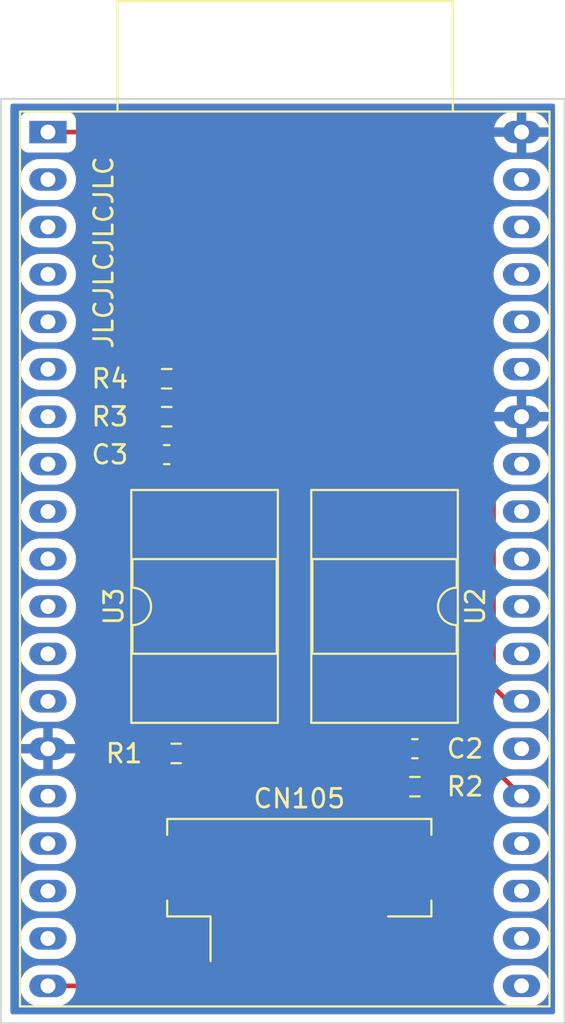
<source format=kicad_pcb>
(kicad_pcb (version 20221018) (generator pcbnew)

  (general
    (thickness 1.6)
  )

  (paper "A4")
  (layers
    (0 "F.Cu" signal)
    (31 "B.Cu" signal)
    (32 "B.Adhes" user "B.Adhesive")
    (33 "F.Adhes" user "F.Adhesive")
    (34 "B.Paste" user)
    (35 "F.Paste" user)
    (36 "B.SilkS" user "B.Silkscreen")
    (37 "F.SilkS" user "F.Silkscreen")
    (38 "B.Mask" user)
    (39 "F.Mask" user)
    (40 "Dwgs.User" user "User.Drawings")
    (41 "Cmts.User" user "User.Comments")
    (42 "Eco1.User" user "User.Eco1")
    (43 "Eco2.User" user "User.Eco2")
    (44 "Edge.Cuts" user)
    (45 "Margin" user)
    (46 "B.CrtYd" user "B.Courtyard")
    (47 "F.CrtYd" user "F.Courtyard")
    (48 "B.Fab" user)
    (49 "F.Fab" user)
    (50 "User.1" user)
    (51 "User.2" user)
    (52 "User.3" user)
    (53 "User.4" user)
    (54 "User.5" user)
    (55 "User.6" user)
    (56 "User.7" user)
    (57 "User.8" user)
    (58 "User.9" user)
  )

  (setup
    (pad_to_mask_clearance 0)
    (pcbplotparams
      (layerselection 0x00010f0_ffffffff)
      (plot_on_all_layers_selection 0x0000000_00000000)
      (disableapertmacros false)
      (usegerberextensions false)
      (usegerberattributes true)
      (usegerberadvancedattributes true)
      (creategerberjobfile true)
      (dashed_line_dash_ratio 12.000000)
      (dashed_line_gap_ratio 3.000000)
      (svgprecision 4)
      (plotframeref false)
      (viasonmask false)
      (mode 1)
      (useauxorigin false)
      (hpglpennumber 1)
      (hpglpenspeed 20)
      (hpglpendiameter 15.000000)
      (dxfpolygonmode true)
      (dxfimperialunits true)
      (dxfusepcbnewfont true)
      (psnegative false)
      (psa4output false)
      (plotreference true)
      (plotvalue true)
      (plotinvisibletext false)
      (sketchpadsonfab false)
      (subtractmaskfromsilk false)
      (outputformat 1)
      (mirror false)
      (drillshape 0)
      (scaleselection 1)
      (outputdirectory "gerber/")
    )
  )

  (net 0 "")
  (net 1 "GND")
  (net 2 "5V")
  (net 3 "U1TX")
  (net 4 "U1RX")
  (net 5 "unconnected-(U1-CHIP_PU-Pad2)")
  (net 6 "unconnected-(U1-SENSOR_VP{slash}GPIO36{slash}ADC1_CH0-Pad3)")
  (net 7 "unconnected-(U1-SENSOR_VN{slash}GPIO39{slash}ADC1_CH3-Pad4)")
  (net 8 "unconnected-(U1-VDET_1{slash}GPIO34{slash}ADC1_CH6-Pad5)")
  (net 9 "unconnected-(U1-VDET_2{slash}GPIO35{slash}ADC1_CH7-Pad6)")
  (net 10 "unconnected-(U1-32K_XP{slash}GPIO32{slash}ADC1_CH4-Pad7)")
  (net 11 "unconnected-(U1-32K_XN{slash}GPIO33{slash}ADC1_CH5-Pad8)")
  (net 12 "unconnected-(U1-DAC_1{slash}ADC2_CH8{slash}GPIO25-Pad9)")
  (net 13 "unconnected-(U1-DAC_2{slash}ADC2_CH9{slash}GPIO26-Pad10)")
  (net 14 "unconnected-(U1-ADC2_CH7{slash}GPIO27-Pad11)")
  (net 15 "unconnected-(U1-MTMS{slash}GPIO14{slash}ADC2_CH6-Pad12)")
  (net 16 "unconnected-(U1-MTDI{slash}GPIO12{slash}ADC2_CH5-Pad13)")
  (net 17 "unconnected-(U1-MTCK{slash}GPIO13{slash}ADC2_CH4-Pad15)")
  (net 18 "unconnected-(U1-SD_DATA2{slash}GPIO9-Pad16)")
  (net 19 "unconnected-(U1-SD_DATA3{slash}GPIO10-Pad17)")
  (net 20 "unconnected-(U1-CMD-Pad18)")
  (net 21 "unconnected-(U1-SD_CLK{slash}GPIO6-Pad20)")
  (net 22 "unconnected-(U1-SD_DATA0{slash}GPIO7-Pad21)")
  (net 23 "unconnected-(U1-SD_DATA1{slash}GPIO8-Pad22)")
  (net 24 "unconnected-(U1-MTDO{slash}GPIO15{slash}ADC2_CH3-Pad23)")
  (net 25 "unconnected-(U1-GPIO0{slash}BOOT{slash}ADC2_CH1-Pad25)")
  (net 26 "unconnected-(U1-GPIO16-Pad27)")
  (net 27 "unconnected-(U1-GPIO17-Pad28)")
  (net 28 "unconnected-(U1-GPIO5-Pad29)")
  (net 29 "unconnected-(U1-GPIO18-Pad30)")
  (net 30 "unconnected-(U1-GPIO19-Pad31)")
  (net 31 "unconnected-(U1-GPIO21-Pad33)")
  (net 32 "unconnected-(U1-U0RXD{slash}GPIO3-Pad34)")
  (net 33 "unconnected-(U1-U0TXD{slash}GPIO1-Pad35)")
  (net 34 "unconnected-(U1-GPIO22-Pad36)")
  (net 35 "unconnected-(U1-GPIO23-Pad37)")
  (net 36 "unconnected-(CN105-Pin_1-Pad1)")
  (net 37 "3V3")
  (net 38 "RX")
  (net 39 "TX")
  (net 40 "Net-(R1-Pad1)")
  (net 41 "Net-(R4-Pad2)")
  (net 42 "unconnected-(U2-Pad3)")
  (net 43 "unconnected-(U3-Pad3)")

  (footprint "Capacitor_SMD:C_0603_1608Metric_Pad1.08x0.95mm_HandSolder" (layer "F.Cu") (at 97.6365 93.98))

  (footprint "Resistor_SMD:R_0603_1608Metric_Pad0.98x0.95mm_HandSolder" (layer "F.Cu") (at 97.6395 96.012 180))

  (footprint "Resistor_SMD:R_0603_1608Metric_Pad0.98x0.95mm_HandSolder" (layer "F.Cu") (at 84.836 94.234))

  (footprint "Connector_JST:JST_PH_B5B-PH-SM4-TB_1x05-1MP_P2.00mm_Vertical" (layer "F.Cu") (at 91.44 102.1))

  (footprint "PCM_Espressif:ESP32-DevKitC" (layer "F.Cu") (at 77.96 60.96))

  (footprint "Resistor_SMD:R_0603_1608Metric_Pad0.98x0.95mm_HandSolder" (layer "F.Cu") (at 84.328 74.168))

  (footprint "Capacitor_SMD:C_0603_1608Metric_Pad1.08x0.95mm_HandSolder" (layer "F.Cu") (at 84.328 78.232))

  (footprint "Package_DIP:DIP-6_W8.89mm_SMDSocket_LongPads" (layer "F.Cu") (at 86.36 86.36 90))

  (footprint "Resistor_SMD:R_0603_1608Metric_Pad0.98x0.95mm_HandSolder" (layer "F.Cu") (at 84.328 76.2))

  (footprint "Package_DIP:DIP-6_W8.89mm_SMDSocket_LongPads" (layer "F.Cu") (at 96.012 86.36 -90))

  (gr_rect (start 75.438 59.182) (end 105.664 108.67629)
    (stroke (width 0.1) (type default)) (fill none) (layer "Edge.Cuts") (tstamp 848b127f-3361-48a2-bd4d-9483860044df))
  (gr_text "JLCJLCJLCJLC" (at 81.534 72.644 90) (layer "F.SilkS") (tstamp 9ec7c8a1-94ce-4526-8dd8-2a6be6f8a89e)
    (effects (font (size 1 1) (thickness 0.15)) (justify left bottom))
  )

  (segment (start 85.7485 94.234) (end 89.154 94.234) (width 0.25) (layer "F.Cu") (net 2) (tstamp 0f4543b5-3ab8-4089-befd-78817605eff2))
  (segment (start 99.314 98.552) (end 99.314 102.87) (width 0.25) (layer "F.Cu") (net 2) (tstamp 315cd28e-4e81-4a7e-8553-6cf0424477e8))
  (segment (start 98.552 91.313) (end 99.06 90.805) (width 0.25) (layer "F.Cu") (net 2) (tstamp 33dd60af-0991-4fe8-b143-9b6c1aada5f5))
  (segment (start 91.44 102.6) (end 91.44 105.918) (width 0.25) (layer "F.Cu") (net 2) (tstamp 36e98070-bffd-40ac-aa4f-345cf7264fb1))
  (segment (start 77.96 106.68) (end 85.344 106.68) (width 0.25) (layer "F.Cu") (net 2) (tstamp 4697ae7b-8bd1-44a8-8c9a-4e308a7a6e48))
  (segment (start 90.17 106.934) (end 91.44 105.918) (width 0.25) (layer "F.Cu") (net 2) (tstamp 51d06ed8-a648-4357-8e01-68dd4286fdb8))
  (segment (start 96.266 105.918) (end 91.44 105.918) (width 0.25) (layer "F.Cu") (net 2) (tstamp 5db950bb-5363-4ddd-bd83-9f751ae1adbf))
  (segment (start 98.552 94.033) (end 98.499 93.98) (width 0.25) (layer "F.Cu") (net 2) (tstamp 5ea214f4-7aad-45a5-bc7f-d97332f28d12))
  (segment (start 91.44 104.14) (end 91.44 101.6) (width 0.25) (layer "F.Cu") (net 2) (tstamp 76853344-1d9e-4ae2-bfac-2a33f89b0ab2))
  (segment (start 98.552 96.012) (end 98.552 94.033) (width 0.25) (layer "F.Cu") (net 2) (tstamp 7c6dce8c-4b37-4631-9b08-9027b6b7d00e))
  (segment (start 85.852 106.934) (end 90.17 106.934) (width 0.25) (layer "F.Cu") (net 2) (tstamp 93ea98ec-5858-4726-94d3-7d65def46dc6))
  (segment (start 85.344 106.68) (end 85.852 106.934) (width 0.25) (layer "F.Cu") (net 2) (tstamp 95152f3b-8686-4583-b2a8-3bd50cce8868))
  (segment (start 98.499 93.98) (end 98.499 90.858) (width 0.25) (layer "F.Cu") (net 2) (tstamp 9fd01385-a41c-4eaa-a8fc-f3d0d88ea038))
  (segment (start 98.552 97.79) (end 99.314 98.552) (width 0.25) (layer "F.Cu") (net 2) (tstamp a600483f-37c6-475b-803d-6f850121ff87))
  (segment (start 89.154 94.234) (end 91.44 96.52) (width 0.25) (layer "F.Cu") (net 2) (tstamp aee9ad10-3b04-46fc-98e9-58685377eed2))
  (segment (start 99.314 102.87) (end 96.266 105.918) (width 0.25) (layer "F.Cu") (net 2) (tstamp afec459b-e900-447e-94cd-09894d1a2e57))
  (segment (start 98.499 90.858) (end 98.552 90.805) (width 0.25) (layer "F.Cu") (net 2) (tstamp bea69e9c-ec28-491b-9314-a69dc0eb813b))
  (segment (start 98.552 96.012) (end 98.552 97.79) (width 0.25) (layer "F.Cu") (net 2) (tstamp ee670ed7-b9d0-400e-a80f-8e6edd2776ff))
  (segment (start 91.44 96.52) (end 91.44 102.6) (width 0.25) (layer "F.Cu") (net 2) (tstamp f554ed8f-ebda-442d-959a-bc142e3e74d7))
  (segment (start 96.012 81.915) (end 96.012 80.772) (width 0.25) (layer "F.Cu") (net 3) (tstamp 04932fb3-2ada-400f-a929-9174a6c38f60))
  (segment (start 97.282 79.502) (end 101.092 79.502) (width 0.25) (layer "F.Cu") (net 3) (tstamp 22f9c006-0285-43a6-8f32-c7072dbd5f4c))
  (segment (start 96.52 83.312) (end 96.52 81.915) (width 0.25) (layer "F.Cu") (net 3) (tstamp 2ab60a8b-8e8c-4d3d-a963-156dae05fe21))
  (segment (start 101.854 80.264) (end 101.854 90.678) (width 0.25) (layer "F.Cu") (net 3) (tstamp 4bef0cee-59c0-4fe8-8145-b283808bbbeb))
  (segment (start 101.092 79.502) (end 101.854 80.264) (width 0.25) (layer "F.Cu") (net 3) (tstamp 87fac18d-5912-4ae9-a127-334f59ed860f))
  (segment (start 102.61872 91.44272) (end 103.36 91.44272) (width 0.25) (layer "F.Cu") (net 3) (tstamp c1d894ca-036e-467f-ad81-1dce0fdcd53c))
  (segment (start 101.854 90.678) (end 102.61872 91.44272) (width 0.25) (layer "F.Cu") (net 3) (tstamp d46438c9-0eb2-4d81-a32f-1f6cd122f3e5))
  (segment (start 96.012 80.772) (end 97.282 79.502) (width 0.25) (layer "F.Cu") (net 3) (tstamp df503ad9-f5dd-4565-bc8d-c721678cbdeb))
  (segment (start 101.316413 94.476413) (end 103.36 96.52) (width 0.25) (layer "F.Cu") (net 4) (tstamp 1b20c3fe-6ceb-4345-9cca-132a6bd7642d))
  (segment (start 85.2405 76.2) (end 85.852 76.2) (width 0.25) (layer "F.Cu") (net 4) (tstamp 3872249e-d0b3-4816-9ed6-708b29c11b13))
  (segment (start 88.9 79.248) (end 88.9 81.915) (width 0.25) (layer "F.Cu") (net 4) (tstamp 39555a97-46fa-4654-9708-5f8782888c0b))
  (segment (start 103.36 96.52272) (end 102.61872 96.52272) (width 0.25) (layer "F.Cu") (net 4) (tstamp 496b574b-2c17-4ae7-a55f-9502dfabbb85))
  (segment (start 88.9 81.915) (end 92.329 85.344) (width 0.25) (layer "F.Cu") (net 4) (tstamp 55b00d9b-dfc1-4b77-90f0-3a032b0a6970))
  (segment (start 101.316413 87.092413) (end 101.316413 94.476413) (width 0.25) (layer "F.Cu") (net 4) (tstamp 7f493584-fc72-451d-abb4-d0897e20dd3c))
  (segment (start 85.852 76.2) (end 88.9 79.248) (width 0.25) (layer "F.Cu") (net 4) (tstamp 8f822782-881e-46a8-8173-a761fa558f02))
  (segment (start 99.568 85.344) (end 101.316413 87.092413) (width 0.25) (layer "F.Cu") (net 4) (tstamp a6ccacda-254f-4fbb-86df-571cc4c2a174))
  (segment (start 92.329 85.344) (end 99.568 85.344) (width 0.25) (layer "F.Cu") (net 4) (tstamp d30fe903-ec1f-4f3a-9c3e-a51770a8d198))
  (segment (start 83.4155 61.8255) (end 83.4155 74.168) (width 0.25) (layer "F.Cu") (net 37) (tstamp 7c3ab5cc-57ec-4940-a5d2-7ecd69189f90))
  (segment (start 77.96 60.96) (end 82.55 60.96) (width 0.25) (layer "F.Cu") (net 37) (tstamp 852f30d5-4eed-45a0-bcb1-dcacdb7c755a))
  (segment (start 83.4655 81.5605) (end 83.82 81.915) (width 0.25) (layer "F.Cu") (net 37) (tstamp 92aefdb9-2bb6-41a8-bdfa-6ae13bc03c31))
  (segment (start 83.4155 78.182) (end 83.4655 78.232) (width 0.25) (layer "F.Cu") (net 37) (tstamp b01fb4d6-21fa-4eed-a4c7-a4b70be3b331))
  (segment (start 83.4155 74.168) (end 83.4155 78.182) (width 0.25) (layer "F.Cu") (net 37) (tstamp d7cda16b-5ef5-415b-ae01-970584f6fbb8))
  (segment (start 83.4655 78.232) (end 83.4655 81.5605) (width 0.25) (layer "F.Cu") (net 37) (tstamp e6484a46-e432-4540-8844-03895982b851))
  (segment (start 82.55 60.96) (end 83.4155 61.8255) (width 0.25) (layer "F.Cu") (net 37) (tstamp fc8c117d-2ae9-461b-bd43-06c01a48a645))
  (segment (start 93.472 92.964) (end 95.44 94.932) (width 0.25) (layer "F.Cu") (net 38) (tstamp 5dfc1ce2-1647-47bd-a94f-ec3298a0679a))
  (segment (start 96.727 96.012) (end 96.52 96.012) (width 0.25) (layer "F.Cu") (net 38) (tstamp b60dca3e-1bf3-4719-b709-38a591ac5373))
  (segment (start 95.44 102.6) (end 95.44 94.932) (width 0.25) (layer "F.Cu") (net 38) (tstamp c25ebeef-21bd-4798-9e8b-08aff2940bda))
  (segment (start 96.52 96.012) (end 95.44 94.932) (width 0.25) (layer "F.Cu") (net 38) (tstamp e17e5d3e-29a9-49dc-b9ab-0fd797c5a5dc))
  (segment (start 93.472 90.805) (end 93.472 92.964) (width 0.25) (layer "F.Cu") (net 38) (tstamp e76a1a20-146b-4220-891f-11d96eb970db))
  (segment (start 89.408 93.472) (end 87.376 93.472) (width 0.25) (layer "F.Cu") (net 39) (tstamp 27182860-92ec-4ba4-a567-259eeb1d0ca3))
  (segment (start 93.472 97.536) (end 89.408 93.472) (width 0.25) (layer "F.Cu") (net 39) (tstamp 9ee034da-3401-4ca6-b8eb-4eab12b1b85b))
  (segment (start 87.376 93.472) (end 86.36 92.456) (width 0.25) (layer "F.Cu") (net 39) (tstamp baacb997-2195-45fe-ae88-975d2debfd2c))
  (segment (start 93.44 102.6) (end 93.472 97.536) (width 0.25) (layer "F.Cu") (net 39) (tstamp e1442130-1eea-460e-83d8-a00fe8ff102d))
  (segment (start 86.36 92.456) (end 86.36 90.805) (width 0.25) (layer "F.Cu") (net 39) (tstamp f849b0dd-ac95-4067-bc08-c6cff17f966f))
  (arc (start 93.426221 102.586221) (mid 93.430257 102.595964) (end 93.44 102.6) (width 0.25) (layer "F.Cu") (net 39) (tstamp 6f9bf344-18ff-4112-9d6d-b66eb4ea6115))
  (segment (start 83.82 93.98) (end 83.82 90.805) (width 0.25) (layer "F.Cu") (net 40) (tstamp b41945a4-480b-47d2-b6c8-81783b6798c6))
  (segment (start 90.678 79.502) (end 85.2405 74.168) (width 0.25) (layer "F.Cu") (net 41) (tstamp 324a67e1-bf9b-4eeb-8f33-d60350038e03))
  (segment (start 92.71 84.328) (end 90.678 82.296) (width 0.25) (layer "F.Cu") (net 41) (tstamp 4ac43d1a-7bde-48a1-933f-ec79f132ece6))
  (segment (start 92.71 84.328) (end 98.298 84.328) (width 0.25) (layer "F.Cu") (net 41) (tstamp 96d7d01b-3cae-4d88-89e4-60a77263617a))
  (segment (start 98.298 84.328) (end 98.552 84.074) (width 0.25) (layer "F.Cu") (net 41) (tstamp 9c246946-6ce4-4b6f-b838-9f7ecd5bbd2c))
  (segment (start 90.678 82.296) (end 90.678 79.502) (width 0.25) (layer "F.Cu") (net 41) (tstamp 9d54e3bd-c8ac-4738-bbe6-a133587c546a))
  (segment (start 98.552 84.074) (end 98.552 81.915) (width 0.25) (layer "F.Cu") (net 41) (tstamp d48f7662-c5c1-4785-b32a-ac0f5656af5f))

  (zone (net 1) (net_name "GND") (layer "F.Cu") (tstamp 99ba3fce-30c2-450d-b0ef-471d2f1ebf31) (hatch edge 0.5)
    (connect_pads (clearance 0.5))
    (min_thickness 0.25) (filled_areas_thickness no)
    (fill yes (thermal_gap 0.5) (thermal_bridge_width 0.5))
    (polygon
      (pts
        (xy 75.946 59.436)
        (xy 105.156 59.436)
        (xy 105.156 108.204)
        (xy 75.946 108.204)
      )
    )
    (filled_polygon
      (layer "F.Cu")
      (pts
        (xy 105.099039 59.455685)
        (xy 105.144794 59.508489)
        (xy 105.156 59.56)
        (xy 105.156 108.08)
        (xy 105.136315 108.147039)
        (xy 105.083511 108.192794)
        (xy 105.032 108.204)
        (xy 76.07 108.204)
        (xy 76.002961 108.184315)
        (xy 75.957206 108.131511)
        (xy 75.946 108.08)
        (xy 75.946 106.627401)
        (xy 76.455746 106.627401)
        (xy 76.465745 106.837327)
        (xy 76.515296 107.041578)
        (xy 76.515298 107.041582)
        (xy 76.602598 107.232743)
        (xy 76.602601 107.232748)
        (xy 76.602602 107.23275)
        (xy 76.602604 107.232753)
        (xy 76.703394 107.374293)
        (xy 76.724515 107.403953)
        (xy 76.72452 107.403959)
        (xy 76.87662 107.548985)
        (xy 76.971578 107.610011)
        (xy 77.053428 107.662613)
        (xy 77.248543 107.740725)
        (xy 77.351729 107.760612)
        (xy 77.454914 107.7805)
        (xy 77.454915 107.7805)
        (xy 78.412419 107.7805)
        (xy 78.412425 107.7805)
        (xy 78.569218 107.765528)
        (xy 78.770875 107.706316)
        (xy 78.957682 107.610011)
        (xy 79.122886 107.480092)
        (xy 79.237088 107.348297)
        (xy 79.295867 107.310523)
        (xy 79.330801 107.3055)
        (xy 85.167067 107.3055)
        (xy 85.222521 107.318591)
        (xy 85.393244 107.403952)
        (xy 85.561366 107.488013)
        (xy 85.619908 107.520197)
        (xy 85.665638 107.531938)
        (xy 85.667577 107.532436)
        (xy 85.672709 107.533993)
        (xy 85.719142 107.550314)
        (xy 85.719141 107.550314)
        (xy 85.723029 107.550651)
        (xy 85.736245 107.551799)
        (xy 85.756342 107.555227)
        (xy 85.772981 107.5595)
        (xy 85.822197 107.5595)
        (xy 85.827565 107.559733)
        (xy 85.842866 107.561061)
        (xy 85.876587 107.563991)
        (xy 85.88805 107.562086)
        (xy 85.893524 107.561177)
        (xy 85.913847 107.5595)
        (xy 90.142751 107.5595)
        (xy 90.14766 107.559695)
        (xy 90.166181 107.561165)
        (xy 90.199257 107.563792)
        (xy 90.261439 107.552983)
        (xy 90.264186 107.552572)
        (xy 90.326792 107.544664)
        (xy 90.328603 107.543947)
        (xy 90.353039 107.537064)
        (xy 90.353131 107.537047)
        (xy 90.354961 107.53673)
        (xy 90.412484 107.510805)
        (xy 90.415052 107.509718)
        (xy 90.473732 107.486486)
        (xy 90.475307 107.48534)
        (xy 90.497262 107.472598)
        (xy 90.499043 107.471796)
        (xy 90.548316 107.432376)
        (xy 90.550535 107.430684)
        (xy 90.601587 107.393594)
        (xy 90.602835 107.392084)
        (xy 90.620912 107.374299)
        (xy 91.557937 106.624681)
        (xy 101.852066 106.624681)
        (xy 101.862065 106.834607)
        (xy 101.911616 107.038858)
        (xy 101.911618 107.038862)
        (xy 101.998918 107.230023)
        (xy 101.998921 107.230028)
        (xy 101.998922 107.23003)
        (xy 101.998924 107.230033)
        (xy 102.114328 107.392095)
        (xy 102.120835 107.401233)
        (xy 102.12084 107.401239)
        (xy 102.27294 107.546265)
        (xy 102.414117 107.636994)
        (xy 102.449748 107.659893)
        (xy 102.644863 107.738005)
        (xy 102.748049 107.757892)
        (xy 102.851234 107.77778)
        (xy 102.851235 107.77778)
        (xy 103.808739 107.77778)
        (xy 103.808745 107.77778)
        (xy 103.965538 107.762808)
        (xy 104.167195 107.703596)
        (xy 104.354002 107.607291)
        (xy 104.519206 107.477372)
        (xy 104.656839 107.318536)
        (xy 104.661466 107.310523)
        (xy 104.761921 107.136529)
        (xy 104.76192 107.136529)
        (xy 104.761924 107.136524)
        (xy 104.830664 106.937913)
        (xy 104.860574 106.729882)
        (xy 104.850574 106.51995)
        (xy 104.801024 106.315704)
        (xy 104.75766 106.22075)
        (xy 104.713721 106.124536)
        (xy 104.713718 106.124531)
        (xy 104.713717 106.12453)
        (xy 104.713716 106.124527)
        (xy 104.591806 105.953328)
        (xy 104.591804 105.953326)
        (xy 104.591799 105.95332)
        (xy 104.439699 105.808294)
        (xy 104.262894 105.694668)
        (xy 104.258008 105.692712)
        (xy 104.153724 105.650963)
        (xy 104.067775 105.616554)
        (xy 103.861406 105.57678)
        (xy 103.861405 105.57678)
        (xy 102.903895 105.57678)
        (xy 102.747102 105.591752)
        (xy 102.747098 105.591753)
        (xy 102.545447 105.650963)
        (xy 102.358633 105.747271)
        (xy 102.193436 105.877185)
        (xy 102.193432 105.877189)
        (xy 102.055798 106.036026)
        (xy 101.950718 106.21803)
        (xy 101.881976 106.416645)
        (xy 101.881976 106.416647)
        (xy 101.863426 106.545672)
        (xy 101.852066 106.624681)
        (xy 91.557937 106.624681)
        (xy 91.625448 106.570672)
        (xy 91.690094 106.544164)
        (xy 91.70291 106.5435)
        (xy 96.183257 106.5435)
        (xy 96.198877 106.545224)
        (xy 96.198904 106.544939)
        (xy 96.20666 106.545671)
        (xy 96.206667 106.545673)
        (xy 96.275814 106.5435)
        (xy 96.30535 106.5435)
        (xy 96.312228 106.54263)
        (xy 96.318041 106.542172)
        (xy 96.364627 106.540709)
        (xy 96.383869 106.535117)
        (xy 96.402912 106.531174)
        (xy 96.422792 106.528664)
        (xy 96.466122 106.511507)
        (xy 96.471646 106.509617)
        (xy 96.475396 106.508527)
        (xy 96.51639 106.496618)
        (xy 96.533629 106.486422)
        (xy 96.551103 106.477862)
        (xy 96.569727 106.470488)
        (xy 96.569727 106.470487)
        (xy 96.569732 106.470486)
        (xy 96.607449 106.443082)
        (xy 96.612305 106.439892)
        (xy 96.65242 106.41617)
        (xy 96.666589 106.401999)
        (xy 96.681379 106.389368)
        (xy 96.697587 106.377594)
        (xy 96.727299 106.341676)
        (xy 96.731212 106.337376)
        (xy 98.983908 104.084681)
        (xy 101.852066 104.084681)
        (xy 101.862065 104.294607)
        (xy 101.911616 104.498858)
        (xy 101.911618 104.498862)
        (xy 101.998918 104.690023)
        (xy 101.998921 104.690028)
        (xy 101.998922 104.69003)
        (xy 101.998924 104.690033)
        (xy 102.11918 104.858909)
        (xy 102.120835 104.861233)
        (xy 102.12084 104.861239)
        (xy 102.27294 105.006265)
        (xy 102.414117 105.096994)
        (xy 102.449748 105.119893)
        (xy 102.644863 105.198005)
        (xy 102.748049 105.217892)
        (xy 102.851234 105.23778)
        (xy 102.851235 105.23778)
        (xy 103.808739 105.23778)
        (xy 103.808745 105.23778)
        (xy 103.965538 105.222808)
        (xy 104.167195 105.163596)
        (xy 104.354002 105.067291)
        (xy 104.519206 104.937372)
        (xy 104.656839 104.778536)
        (xy 104.761924 104.596524)
        (xy 104.830664 104.397913)
        (xy 104.860574 104.189882)
        (xy 104.850574 103.97995)
        (xy 104.801024 103.775704)
        (xy 104.75766 103.68075)
        (xy 104.713721 103.584536)
        (xy 104.713718 103.584531)
        (xy 104.713717 103.58453)
        (xy 104.713716 103.584527)
        (xy 104.591806 103.413328)
        (xy 104.591804 103.413326)
        (xy 104.591799 103.41332)
        (xy 104.439699 103.268294)
        (xy 104.262894 103.154668)
        (xy 104.067775 103.076554)
        (xy 103.861406 103.03678)
        (xy 103.861405 103.03678)
        (xy 102.903895 103.03678)
        (xy 102.747102 103.051752)
        (xy 102.747098 103.051753)
        (xy 102.545447 103.110963)
        (xy 102.358633 103.207271)
        (xy 102.193436 103.337185)
        (xy 102.193432 103.337189)
        (xy 102.055798 103.496026)
        (xy 101.950718 103.67803)
        (xy 101.881976 103.876645)
        (xy 101.881976 103.876647)
        (xy 101.866733 103.98267)
        (xy 101.852066 104.084681)
        (xy 98.983908 104.084681)
        (xy 99.697788 103.370801)
        (xy 99.710042 103.360986)
        (xy 99.709859 103.360764)
        (xy 99.715866 103.355792)
        (xy 99.715877 103.355786)
        (xy 99.746775 103.322882)
        (xy 99.763227 103.305364)
        (xy 99.773671 103.294918)
        (xy 99.78412 103.284471)
        (xy 99.788379 103.278978)
        (xy 99.792152 103.274561)
        (xy 99.824062 103.240582)
        (xy 99.833715 103.22302)
        (xy 99.844389 103.20677)
        (xy 99.856673 103.190936)
        (xy 99.87518 103.148167)
        (xy 99.877749 103.142924)
        (xy 99.893824 103.113684)
        (xy 99.900197 103.102092)
        (xy 99.905177 103.082691)
        (xy 99.911478 103.064288)
        (xy 99.919438 103.045896)
        (xy 99.92673 102.999849)
        (xy 99.927911 102.994152)
        (xy 99.9395 102.949019)
        (xy 99.9395 102.928983)
        (xy 99.941027 102.909582)
        (xy 99.94416 102.889804)
        (xy 99.939775 102.843415)
        (xy 99.9395 102.837577)
        (xy 99.9395 101.547401)
        (xy 101.855746 101.547401)
        (xy 101.865745 101.757327)
        (xy 101.915296 101.961578)
        (xy 101.915298 101.961582)
        (xy 102.002598 102.152743)
        (xy 102.002601 102.152748)
        (xy 102.002602 102.15275)
        (xy 102.002604 102.152753)
        (xy 102.065627 102.241256)
        (xy 102.124515 102.323953)
        (xy 102.12452 102.323959)
        (xy 102.27662 102.468985)
        (xy 102.371578 102.530011)
        (xy 102.453428 102.582613)
        (xy 102.648543 102.660725)
        (xy 102.751729 102.680612)
        (xy 102.854914 102.7005)
        (xy 102.854915 102.7005)
        (xy 103.812419 102.7005)
        (xy 103.812425 102.7005)
        (xy 103.969218 102.685528)
        (xy 104.170875 102.626316)
        (xy 104.357682 102.530011)
        (xy 104.522886 102.400092)
        (xy 104.660519 102.241256)
        (xy 104.765604 102.059244)
        (xy 104.834344 101.860633)
        (xy 104.864254 101.652602)
        (xy 104.854254 101.44267)
        (xy 104.804704 101.238424)
        (xy 104.804701 101.238417)
        (xy 104.717401 101.047256)
        (xy 104.717398 101.047251)
        (xy 104.717397 101.04725)
        (xy 104.717396 101.047247)
        (xy 104.595486 100.876048)
        (xy 104.595484 100.876046)
        (xy 104.595479 100.87604)
        (xy 104.443379 100.731014)
        (xy 104.266574 100.617388)
        (xy 104.071455 100.539274)
        (xy 103.865086 100.4995)
        (xy 103.865085 100.4995)
        (xy 102.907575 100.4995)
        (xy 102.750782 100.514472)
        (xy 102.750778 100.514473)
        (xy 102.549127 100.573683)
        (xy 102.362313 100.669991)
        (xy 102.197116 100.799905)
        (xy 102.197112 100.799909)
        (xy 102.059478 100.958746)
        (xy 101.954398 101.14075)
        (xy 101.885656 101.339365)
        (xy 101.885656 101.339367)
        (xy 101.870804 101.44267)
        (xy 101.855746 101.547401)
        (xy 99.9395 101.547401)
        (xy 99.9395 99.007401)
        (xy 101.855746 99.007401)
        (xy 101.865745 99.217327)
        (xy 101.915296 99.421578)
        (xy 101.915298 99.421582)
        (xy 102.002598 99.612743)
        (xy 102.002601 99.612748)
        (xy 102.002602 99.61275)
        (xy 102.002604 99.612753)
        (xy 102.117189 99.773665)
        (xy 102.124515 99.783953)
        (xy 102.12452 99.783959)
        (xy 102.27662 99.928985)
        (xy 102.371578 99.990011)
        (xy 102.453428 100.042613)
        (xy 102.648543 100.120725)
        (xy 102.751729 100.140612)
        (xy 102.854914 100.1605)
        (xy 102.854915 100.1605)
        (xy 103.812419 100.1605)
        (xy 103.812425 100.1605)
        (xy 103.969218 100.145528)
        (xy 104.170875 100.086316)
        (xy 104.357682 99.990011)
        (xy 104.522886 99.860092)
        (xy 104.660519 99.701256)
        (xy 104.675376 99.675524)
        (xy 104.765601 99.519249)
        (xy 104.7656 99.519249)
        (xy 104.765604 99.519244)
        (xy 104.834344 99.320633)
        (xy 104.864254 99.112602)
        (xy 104.854254 98.90267)
        (xy 104.804704 98.698424)
        (xy 104.804701 98.698417)
        (xy 104.717401 98.507256)
        (xy 104.717398 98.507251)
        (xy 104.717397 98.50725)
        (xy 104.717396 98.507247)
        (xy 104.595486 98.336048)
        (xy 104.595484 98.336046)
        (xy 104.595479 98.33604)
        (xy 104.443379 98.191014)
        (xy 104.266574 98.077388)
        (xy 104.260866 98.075103)
        (xy 104.071457 97.999275)
        (xy 104.071455 97.999274)
        (xy 103.865086 97.9595)
        (xy 103.865085 97.9595)
        (xy 102.907575 97.9595)
        (xy 102.750782 97.974472)
        (xy 102.750778 97.974473)
        (xy 102.549127 98.033683)
        (xy 102.362313 98.129991)
        (xy 102.197116 98.259905)
        (xy 102.197112 98.259909)
        (xy 102.059478 98.418746)
        (xy 101.954398 98.60075)
        (xy 101.885656 98.799365)
        (xy 101.885656 98.799367)
        (xy 101.864401 98.947204)
        (xy 101.855746 99.007401)
        (xy 99.9395 99.007401)
        (xy 99.9395 98.634742)
        (xy 99.941224 98.619122)
        (xy 99.940939 98.619095)
        (xy 99.941673 98.611333)
        (xy 99.9395 98.542172)
        (xy 99.9395 98.512656)
        (xy 99.9395 98.51265)
        (xy 99.938631 98.505779)
        (xy 99.938173 98.499952)
        (xy 99.93671 98.453373)
        (xy 99.931119 98.43413)
        (xy 99.927173 98.415078)
        (xy 99.924664 98.395208)
        (xy 99.907504 98.351867)
        (xy 99.905624 98.346379)
        (xy 99.892618 98.30161)
        (xy 99.882422 98.28437)
        (xy 99.873861 98.266894)
        (xy 99.866487 98.24827)
        (xy 99.866486 98.248268)
        (xy 99.839079 98.210545)
        (xy 99.835888 98.205686)
        (xy 99.827211 98.191014)
        (xy 99.81217 98.16558)
        (xy 99.812168 98.165578)
        (xy 99.812165 98.165574)
        (xy 99.798006 98.151415)
        (xy 99.785368 98.136619)
        (xy 99.781594 98.131424)
        (xy 99.773594 98.120413)
        (xy 99.737688 98.090709)
        (xy 99.733376 98.086786)
        (xy 99.213819 97.567228)
        (xy 99.180334 97.505905)
        (xy 99.1775 97.479547)
        (xy 99.1775 96.954191)
        (xy 99.197185 96.887152)
        (xy 99.236404 96.848652)
        (xy 99.239099 96.846989)
        (xy 99.26285 96.83234)
        (xy 99.38484 96.71035)
        (xy 99.475408 96.563516)
        (xy 99.529674 96.399753)
        (xy 99.54 96.298677)
        (xy 99.539999 95.725324)
        (xy 99.539445 95.719905)
        (xy 99.529674 95.624247)
        (xy 99.475408 95.460484)
        (xy 99.38484 95.31365)
        (xy 99.26285 95.19166)
        (xy 99.262847 95.191657)
        (xy 99.236401 95.175345)
        (xy 99.189678 95.123397)
        (xy 99.1775 95.069808)
        (xy 99.1775 94.92034)
        (xy 99.197185 94.853301)
        (xy 99.236406 94.8148)
        (xy 99.259848 94.800341)
        (xy 99.259847 94.800341)
        (xy 99.25985 94.80034)
        (xy 99.38184 94.67835)
        (xy 99.472408 94.531516)
        (xy 99.526674 94.367753)
        (xy 99.537 94.266677)
        (xy 99.536999 93.693324)
        (xy 99.535891 93.682481)
        (xy 99.526674 93.592247)
        (xy 99.516357 93.561114)
        (xy 99.472408 93.428484)
        (xy 99.38184 93.28165)
        (xy 99.25985 93.15966)
        (xy 99.259846 93.159657)
        (xy 99.183403 93.112506)
        (xy 99.136678 93.060558)
        (xy 99.1245 93.006968)
        (xy 99.1245 92.979499)
        (xy 99.144185 92.91246)
        (xy 99.196989 92.866705)
        (xy 99.2485 92.855499)
        (xy 99.399871 92.855499)
        (xy 99.399872 92.855499)
        (xy 99.459483 92.849091)
        (xy 99.594331 92.798796)
        (xy 99.709546 92.712546)
        (xy 99.795796 92.597331)
        (xy 99.846091 92.462483)
        (xy 99.8525 92.402873)
        (xy 99.852499 89.207128)
        (xy 99.846091 89.147517)
        (xy 99.812453 89.05733)
        (xy 99.795797 89.012671)
        (xy 99.795793 89.012664)
        (xy 99.709547 88.897455)
        (xy 99.709544 88.897452)
        (xy 99.594335 88.811206)
        (xy 99.594328 88.811202)
        (xy 99.459482 88.760908)
        (xy 99.459483 88.760908)
        (xy 99.399883 88.754501)
        (xy 99.399881 88.7545)
        (xy 99.399873 88.7545)
        (xy 99.399864 88.7545)
        (xy 97.704129 88.7545)
        (xy 97.704123 88.754501)
        (xy 97.644516 88.760908)
        (xy 97.509671 88.811202)
        (xy 97.509664 88.811206)
        (xy 97.394455 88.897452)
        (xy 97.394452 88.897455)
        (xy 97.380951 88.91549)
        (xy 97.325016 88.957359)
        (xy 97.255325 88.962341)
        (xy 97.194003 88.928854)
        (xy 97.182419 88.915486)
        (xy 97.169185 88.897808)
        (xy 97.054093 88.811649)
        (xy 97.054086 88.811645)
        (xy 96.919379 88.761403)
        (xy 96.919372 88.761401)
        (xy 96.859844 88.755)
        (xy 96.262 88.755)
        (xy 96.262 92.860273)
        (xy 96.289142 92.90998)
        (xy 96.284158 92.979672)
        (xy 96.242286 93.035605)
        (xy 96.206982 93.054043)
        (xy 96.160203 93.069544)
        (xy 96.160188 93.069551)
        (xy 96.013465 93.160052)
        (xy 96.013461 93.160055)
        (xy 95.891555 93.281961)
        (xy 95.891552 93.281965)
        (xy 95.801051 93.428688)
        (xy 95.801046 93.428699)
        (xy 95.746819 93.592347)
        (xy 95.7365 93.693345)
        (xy 95.7365 93.73)
        (xy 96.9 93.73)
        (xy 96.967039 93.749685)
        (xy 97.012794 93.802489)
        (xy 97.024 93.854)
        (xy 97.024 94.106)
        (xy 97.004315 94.173039)
        (xy 96.951511 94.218794)
        (xy 96.9 94.23)
        (xy 95.710957 94.23)
        (xy 95.705904 94.232759)
        (xy 95.636212 94.227775)
        (xy 95.591865 94.199274)
        (xy 94.415551 93.02296)
        (xy 94.382066 92.961637)
        (xy 94.38705 92.891945)
        (xy 94.428922 92.836012)
        (xy 94.459894 92.819099)
        (xy 94.514331 92.798796)
        (xy 94.629546 92.712546)
        (xy 94.643047 92.69451)
        (xy 94.698977 92.652642)
        (xy 94.768669 92.647657)
        (xy 94.829993 92.681141)
        (xy 94.841579 92.694513)
        (xy 94.854811 92.712189)
        (xy 94.854812 92.71219)
        (xy 94.969906 92.79835)
        (xy 94.969913 92.798354)
        (xy 95.10462 92.848596)
        (xy 95.104627 92.848598)
        (xy 95.164155 92.854999)
        (xy 95.164172 92.855)
        (xy 95.762 92.855)
        (xy 95.762 88.755)
        (xy 95.164155 88.755)
        (xy 95.104627 88.761401)
        (xy 95.10462 88.761403)
        (xy 94.969913 88.811645)
        (xy 94.969906 88.811649)
        (xy 94.854812 88.897809)
        (xy 94.841578 88.915488)
        (xy 94.785644 88.957359)
        (xy 94.715952 88.962342)
        (xy 94.654629 88.928856)
        (xy 94.643046 88.915487)
        (xy 94.629547 88.897455)
        (xy 94.629544 88.897452)
        (xy 94.514335 88.811206)
        (xy 94.514328 88.811202)
        (xy 94.379482 88.760908)
        (xy 94.379483 88.760908)
        (xy 94.319883 88.754501)
        (xy 94.319881 88.7545)
        (xy 94.319873 88.7545)
        (xy 94.319864 88.7545)
        (xy 92.624129 88.7545)
        (xy 92.624123 88.754501)
        (xy 92.564516 88.760908)
        (xy 92.429671 88.811202)
        (xy 92.429664 88.811206)
        (xy 92.314455 88.897452)
        (xy 92.314452 88.897455)
        (xy 92.228206 89.012664)
        (xy 92.228202 89.012671)
        (xy 92.177908 89.147517)
        (xy 92.171501 89.207116)
        (xy 92.171501 89.207123)
        (xy 92.1715 89.207135)
        (xy 92.1715 92.40287)
        (xy 92.171501 92.402876)
        (xy 92.177908 92.462483)
        (xy 92.228202 92.597328)
        (xy 92.228206 92.597335)
        (xy 92.314452 92.712544)
        (xy 92.314455 92.712547)
        (xy 92.429664 92.798793)
        (xy 92.429671 92.798797)
        (xy 92.474618 92.815561)
        (xy 92.564517 92.849091)
        (xy 92.624127 92.8555)
        (xy 92.7225 92.855499)
        (xy 92.789538 92.875183)
        (xy 92.835294 92.927986)
        (xy 92.8465 92.979499)
        (xy 92.8465 93.003343)
        (xy 92.846501 93.00336)
        (xy 92.847368 93.010231)
        (xy 92.847826 93.01605)
        (xy 92.84929 93.062624)
        (xy 92.849291 93.062627)
        (xy 92.85488 93.081867)
        (xy 92.858824 93.100911)
        (xy 92.861336 93.120791)
        (xy 92.87849 93.164119)
        (xy 92.880382 93.169647)
        (xy 92.89137 93.207468)
        (xy 92.893382 93.21439)
        (xy 92.901412 93.227969)
        (xy 92.90358 93.231634)
        (xy 92.912136 93.2491)
        (xy 92.919514 93.267732)
        (xy 92.929624 93.281648)
        (xy 92.946898 93.305423)
        (xy 92.950106 93.310307)
        (xy 92.973827 93.350416)
        (xy 92.973833 93.350424)
        (xy 92.98799 93.36458)
        (xy 93.000628 93.379376)
        (xy 93.012405 93.395586)
        (xy 93.012406 93.395587)
        (xy 93.048309 93.425288)
        (xy 93.05262 93.42921)
        (xy 93.931051 94.307641)
        (xy 94.778181 95.154771)
        (xy 94.811666 95.216094)
        (xy 94.8145 95.242452)
        (xy 94.8145 99.380621)
        (xy 94.794815 99.44766)
        (xy 94.755599 99.486158)
        (xy 94.721346 99.507285)
        (xy 94.597289 99.631342)
        (xy 94.545539 99.715243)
        (xy 94.493591 99.761967)
        (xy 94.424628 99.77319)
        (xy 94.360546 99.745346)
        (xy 94.334461 99.715243)
        (xy 94.309961 99.675522)
        (xy 94.282712 99.631344)
        (xy 94.158656 99.507288)
        (xy 94.158655 99.507287)
        (xy 94.144681 99.498668)
        (xy 94.097957 99.44672)
        (xy 94.085781 99.392348)
        (xy 94.096979 97.620291)
        (xy 94.098957 97.602901)
        (xy 94.099671 97.595341)
        (xy 94.099673 97.595333)
        (xy 94.097561 97.528155)
        (xy 94.097736 97.500603)
        (xy 94.09665 97.491557)
        (xy 94.09624 97.486124)
        (xy 94.094709 97.437373)
        (xy 94.089784 97.420423)
        (xy 94.085744 97.400595)
        (xy 94.083643 97.383073)
        (xy 94.083643 97.38307)
        (xy 94.065975 97.337611)
        (xy 94.064226 97.332448)
        (xy 94.050619 97.285613)
        (xy 94.050617 97.285607)
        (xy 94.041634 97.270418)
        (xy 94.032788 97.252216)
        (xy 94.026395 97.235766)
        (xy 93.997974 97.196123)
        (xy 93.994994 97.191556)
        (xy 93.970171 97.149582)
        (xy 93.970169 97.149579)
        (xy 93.957687 97.137097)
        (xy 93.944599 97.121674)
        (xy 93.934312 97.107326)
        (xy 93.93431 97.107324)
        (xy 93.896925 97.075996)
        (xy 93.892915 97.072325)
        (xy 89.908803 93.088212)
        (xy 89.89898 93.07595)
        (xy 89.898759 93.076134)
        (xy 89.893786 93.070123)
        (xy 89.86897 93.046819)
        (xy 89.84642 93.025643)
        (xy 89.811027 92.965403)
        (xy 89.813819 92.895589)
        (xy 89.853913 92.838368)
        (xy 89.887969 92.819071)
        (xy 89.942331 92.798796)
        (xy 90.057546 92.712546)
        (xy 90.143796 92.597331)
        (xy 90.194091 92.462483)
        (xy 90.2005 92.402873)
        (xy 90.200499 89.207128)
        (xy 90.194091 89.147517)
        (xy 90.160453 89.05733)
        (xy 90.143797 89.012671)
        (xy 90.143793 89.012664)
        (xy 90.057547 88.897455)
        (xy 90.057544 88.897452)
        (xy 89.942335 88.811206)
        (xy 89.942328 88.811202)
        (xy 89.807482 88.760908)
        (xy 89.807483 88.760908)
        (xy 89.747883 88.754501)
        (xy 89.747881 88.7545)
        (xy 89.747873 88.7545)
        (xy 89.747864 88.7545)
        (xy 88.052129 88.7545)
        (xy 88.052123 88.754501)
        (xy 87.992516 88.760908)
        (xy 87.857671 88.811202)
        (xy 87.857664 88.811206)
        (xy 87.742455 88.897452)
        (xy 87.729266 88.915071)
        (xy 87.673332 88.956941)
        (xy 87.60364 88.961925)
        (xy 87.542317 88.928439)
        (xy 87.530734 88.915071)
        (xy 87.517546 88.897454)
        (xy 87.517544 88.897453)
        (xy 87.517544 88.897452)
        (xy 87.402335 88.811206)
        (xy 87.402328 88.811202)
        (xy 87.267482 88.760908)
        (xy 87.267483 88.760908)
        (xy 87.207883 88.754501)
        (xy 87.207881 88.7545)
        (xy 87.207873 88.7545)
        (xy 87.207864 88.7545)
        (xy 85.512129 88.7545)
        (xy 85.512123 88.754501)
        (xy 85.452516 88.760908)
        (xy 85.317671 88.811202)
        (xy 85.317664 88.811206)
        (xy 85.202455 88.897452)
        (xy 85.189266 88.915071)
        (xy 85.133332 88.956941)
        (xy 85.06364 88.961925)
        (xy 85.002317 88.928439)
        (xy 84.990734 88.915071)
        (xy 84.977546 88.897454)
        (xy 84.977544 88.897453)
        (xy 84.977544 88.897452)
        (xy 84.862335 88.811206)
        (xy 84.862328 88.811202)
        (xy 84.727482 88.760908)
        (xy 84.727483 88.760908)
        (xy 84.667883 88.754501)
        (xy 84.667881 88.7545)
        (xy 84.667873 88.7545)
        (xy 84.667864 88.7545)
        (xy 82.972129 88.7545)
        (xy 82.972123 88.754501)
        (xy 82.912516 88.760908)
        (xy 82.777671 88.811202)
        (xy 82.777664 88.811206)
        (xy 82.662455 88.897452)
        (xy 82.662452 88.897455)
        (xy 82.576206 89.012664)
        (xy 82.576202 89.012671)
        (xy 82.525908 89.147517)
        (xy 82.519501 89.207116)
        (xy 82.519501 89.207123)
        (xy 82.5195 89.207135)
        (xy 82.5195 92.40287)
        (xy 82.519501 92.402876)
        (xy 82.525908 92.462483)
        (xy 82.576202 92.597328)
        (xy 82.576206 92.597335)
        (xy 82.662452 92.712544)
        (xy 82.662455 92.712547)
        (xy 82.777664 92.798793)
        (xy 82.777671 92.798797)
        (xy 82.822618 92.815561)
        (xy 82.912517 92.849091)
        (xy 82.972127 92.8555)
        (xy 83.0705 92.855499)
        (xy 83.137538 92.875183)
        (xy 83.183294 92.927986)
        (xy 83.1945 92.979499)
        (xy 83.1945 93.380448)
        (xy 83.174815 93.447487)
        (xy 83.158181 93.468129)
        (xy 83.090661 93.535648)
        (xy 83.000093 93.682481)
        (xy 83.000092 93.682484)
        (xy 82.945826 93.846247)
        (xy 82.945826 93.846248)
        (xy 82.945825 93.846248)
        (xy 82.9355 93.947315)
        (xy 82.9355 94.520669)
        (xy 82.935501 94.520687)
        (xy 82.945825 94.621752)
        (xy 82.96581 94.68206)
        (xy 82.998312 94.780145)
        (xy 83.000092 94.785515)
        (xy 83.000093 94.785518)
        (xy 83.020027 94.817836)
        (xy 83.09066 94.93235)
        (xy 83.21265 95.05434)
        (xy 83.359484 95.144908)
        (xy 83.523247 95.199174)
        (xy 83.624323 95.2095)
        (xy 84.222676 95.209499)
        (xy 84.222684 95.209498)
        (xy 84.222687 95.209498)
        (xy 84.27803 95.203844)
        (xy 84.323753 95.199174)
        (xy 84.487516 95.144908)
        (xy 84.63435 95.05434)
        (xy 84.748319 94.940371)
        (xy 84.809642 94.906886)
        (xy 84.879334 94.91187)
        (xy 84.923681 94.940371)
        (xy 85.03765 95.05434)
        (xy 85.184484 95.144908)
        (xy 85.348247 95.199174)
        (xy 85.449323 95.2095)
        (xy 86.047676 95.209499)
        (xy 86.047684 95.209498)
        (xy 86.047687 95.209498)
        (xy 86.10303 95.203844)
        (xy 86.148753 95.199174)
        (xy 86.312516 95.144908)
        (xy 86.45935 95.05434)
        (xy 86.58134 94.93235)
        (xy 86.589942 94.918404)
        (xy 86.64189 94.871679)
        (xy 86.695481 94.8595)
        (xy 88.843548 94.8595)
        (xy 88.910587 94.879185)
        (xy 88.931229 94.895819)
        (xy 90.778181 96.742771)
        (xy 90.811666 96.804094)
        (xy 90.8145 96.830452)
        (xy 90.8145 99.380621)
        (xy 90.794815 99.44766)
        (xy 90.755599 99.486158)
        (xy 90.721346 99.507285)
        (xy 90.597288 99.631343)
        (xy 90.597285 99.631347)
        (xy 90.545244 99.715719)
        (xy 90.493296 99.762444)
        (xy 90.424334 99.773665)
        (xy 90.360252 99.745822)
        (xy 90.334167 99.715719)
        (xy 90.282315 99.631654)
        (xy 90.158345 99.507684)
        (xy 90.009124 99.415643)
        (xy 90.009119 99.415641)
        (xy 89.842697 99.360494)
        (xy 89.84269 99.360493)
        (xy 89.739986 99.35)
        (xy 89.69 99.35)
        (xy 89.69 105.849999)
        (xy 89.739972 105.849999)
        (xy 89.739986 105.849998)
        (xy 89.842697 105.839505)
        (xy 90.009119 105.784358)
        (xy 90.009124 105.784356)
        (xy 90.158345 105.692315)
        (xy 90.282317 105.568343)
        (xy 90.334167 105.484281)
        (xy 90.386115 105.437556)
        (xy 90.455077 105.426333)
        (xy 90.519159 105.454176)
        (xy 90.545244 105.484279)
        (xy 90.597287 105.568655)
        (xy 90.597289 105.568657)
        (xy 90.622925 105.594293)
        (xy 90.65641 105.655616)
        (xy 90.651426 105.725308)
        (xy 90.612706 105.778802)
        (xy 89.984551 106.281328)
        (xy 89.919906 106.307836)
        (xy 89.907089 106.3085)
        (xy 86.028933 106.3085)
        (xy 85.973479 106.295409)
        (xy 85.634642 106.125991)
        (xy 85.576088 106.093801)
        (xy 85.57609 106.093801)
        (xy 85.528425 106.081563)
        (xy 85.523286 106.080003)
        (xy 85.476864 106.063687)
        (xy 85.476854 106.063685)
        (xy 85.459742 106.062198)
        (xy 85.439646 106.058769)
        (xy 85.42302 106.0545)
        (xy 85.423019 106.0545)
        (xy 85.373812 106.0545)
        (xy 85.368444 106.054267)
        (xy 85.319417 106.050008)
        (xy 85.319407 106.050008)
        (xy 85.30248 106.052822)
        (xy 85.282152 106.0545)
        (xy 79.32952 106.0545)
        (xy 79.262481 106.034815)
        (xy 79.228513 106.002427)
        (xy 79.19549 105.956052)
        (xy 79.195479 105.95604)
        (xy 79.043379 105.811014)
        (xy 78.866574 105.697388)
        (xy 78.859777 105.694667)
        (xy 78.671457 105.619275)
        (xy 78.671455 105.619274)
        (xy 78.465086 105.5795)
        (xy 78.465085 105.5795)
        (xy 77.507575 105.5795)
        (xy 77.352657 105.594293)
        (xy 77.350782 105.594472)
        (xy 77.350778 105.594473)
        (xy 77.149127 105.653683)
        (xy 76.962313 105.749991)
        (xy 76.797116 105.879905)
        (xy 76.797112 105.879909)
        (xy 76.659478 106.038746)
        (xy 76.554398 106.22075)
        (xy 76.485656 106.419365)
        (xy 76.485656 106.419367)
        (xy 76.456138 106.624678)
        (xy 76.455746 106.627401)
        (xy 75.946 106.627401)
        (xy 75.946 104.087401)
        (xy 76.455746 104.087401)
        (xy 76.465745 104.297327)
        (xy 76.515296 104.501578)
        (xy 76.515298 104.501582)
        (xy 76.602598 104.692743)
        (xy 76.602601 104.692748)
        (xy 76.602602 104.69275)
        (xy 76.602604 104.692753)
        (xy 76.665627 104.781256)
        (xy 76.724515 104.863953)
        (xy 76.72452 104.863959)
        (xy 76.87662 105.008985)
        (xy 76.971578 105.070011)
        (xy 77.053428 105.122613)
        (xy 77.248543 105.200725)
        (xy 77.351729 105.220612)
        (xy 77.454914 105.2405)
        (xy 77.454915 105.2405)
        (xy 78.412419 105.2405)
        (xy 78.412425 105.2405)
        (xy 78.569218 105.225528)
        (xy 78.770875 105.166316)
        (xy 78.957682 105.070011)
        (xy 79.122886 104.940092)
        (xy 79.260519 104.781256)
        (xy 79.26209 104.778536)
        (xy 79.365601 104.599249)
        (xy 79.3656 104.599249)
        (xy 79.365604 104.599244)
        (xy 79.434344 104.400633)
        (xy 79.464254 104.192602)
        (xy 79.454254 103.98267)
        (xy 79.404704 103.778424)
        (xy 79.403462 103.775704)
        (xy 79.317401 103.587256)
        (xy 79.317398 103.587251)
        (xy 79.317397 103.58725)
        (xy 79.317396 103.587247)
        (xy 79.195486 103.416048)
        (xy 79.195484 103.416046)
        (xy 79.195479 103.41604)
        (xy 79.043379 103.271014)
        (xy 78.866574 103.157388)
        (xy 78.859777 103.154667)
        (xy 78.728454 103.102093)
        (xy 78.671455 103.079274)
        (xy 78.465086 103.0395)
        (xy 78.465085 103.0395)
        (xy 77.507575 103.0395)
        (xy 77.350782 103.054472)
        (xy 77.350778 103.054473)
        (xy 77.149127 103.113683)
        (xy 76.962313 103.209991)
        (xy 76.797116 103.339905)
        (xy 76.797112 103.339909)
        (xy 76.659478 103.498746)
        (xy 76.554398 103.68075)
        (xy 76.485656 103.879365)
        (xy 76.485656 103.879367)
        (xy 76.456138 104.084678)
        (xy 76.455746 104.087401)
        (xy 75.946 104.087401)
        (xy 75.946 101.547401)
        (xy 76.455746 101.547401)
        (xy 76.465745 101.757327)
        (xy 76.515296 101.961578)
        (xy 76.515298 101.961582)
        (xy 76.602598 102.152743)
        (xy 76.602601 102.152748)
        (xy 76.602602 102.15275)
        (xy 76.602604 102.152753)
        (xy 76.665627 102.241256)
        (xy 76.724515 102.323953)
        (xy 76.72452 102.323959)
        (xy 76.87662 102.468985)
        (xy 76.971578 102.530011)
        (xy 77.053428 102.582613)
        (xy 77.248543 102.660725)
        (xy 77.351729 102.680612)
        (xy 77.454914 102.7005)
        (xy 77.454915 102.7005)
        (xy 78.412419 102.7005)
        (xy 78.412425 102.7005)
        (xy 78.569218 102.685528)
        (xy 78.770875 102.626316)
        (xy 78.957682 102.530011)
        (xy 79.122886 102.400092)
        (xy 79.260519 102.241256)
        (xy 79.365604 102.059244)
        (xy 79.434344 101.860633)
        (xy 79.464254 101.652602)
        (xy 79.46413 101.650001)
        (xy 83.7395 101.650001)
        (xy 83.739501 101.650018)
        (xy 83.75 101.752796)
        (xy 83.750001 101.752799)
        (xy 83.805185 101.919331)
        (xy 83.805186 101.919334)
        (xy 83.897288 102.068656)
        (xy 84.021344 102.192712)
        (xy 84.170666 102.284814)
        (xy 84.337203 102.339999)
        (xy 84.439991 102.3505)
        (xy 85.640008 102.350499)
        (xy 85.742797 102.339999)
        (xy 85.909334 102.284814)
        (xy 86.058656 102.192712)
        (xy 86.182712 102.068656)
        (xy 86.209962 102.024475)
        (xy 86.261908 101.977752)
        (xy 86.33087 101.966529)
        (xy 86.394953 101.994372)
        (xy 86.433809 102.05244)
        (xy 86.4395 102.089573)
        (xy 86.4395 105.150001)
        (xy 86.439501 105.150018)
        (xy 86.45 105.252796)
        (xy 86.450001 105.252799)
        (xy 86.463157 105.2925)
        (xy 86.505186 105.419334)
        (xy 86.597288 105.568656)
        (xy 86.721344 105.692712)
        (xy 86.870666 105.784814)
        (xy 87.037203 105.839999)
        (xy 87.139991 105.8505)
        (xy 87.740008 105.850499)
        (xy 87.740016 105.850498)
        (xy 87.740019 105.850498)
        (xy 87.796302 105.844748)
        (xy 87.842797 105.839999)
        (xy 88.009334 105.784814)
        (xy 88.158656 105.692712)
        (xy 88.282712 105.568656)
        (xy 88.334755 105.484279)
        (xy 88.386701 105.437556)
        (xy 88.455664 105.426333)
        (xy 88.519746 105.454176)
        (xy 88.545831 105.48428)
        (xy 88.59768 105.56834)
        (xy 88.597683 105.568344)
        (xy 88.721654 105.692315)
        (xy 88.870875 105.784356)
        (xy 88.87088 105.784358)
        (xy 89.037302 105.839505)
        (xy 89.037309 105.839506)
        (xy 89.140019 105.849999)
        (xy 89.189999 105.849998)
        (xy 89.19 105.849998)
        (xy 89.19 99.35)
        (xy 89.189999 99.349999)
        (xy 89.140029 99.35)
        (xy 89.140011 99.350001)
        (xy 89.037302 99.360494)
        (xy 88.87088 99.415641)
        (xy 88.870875 99.415643)
        (xy 88.721654 99.507684)
        (xy 88.597682 99.631656)
        (xy 88.545831 99.71572)
        (xy 88.493883 99.762444)
        (xy 88.42492 99.773665)
        (xy 88.360838 99.745822)
        (xy 88.334754 99.715718)
        (xy 88.282712 99.631344)
        (xy 88.158657 99.507289)
        (xy 88.158656 99.507288)
        (xy 88.009334 99.415186)
        (xy 87.842797 99.360001)
        (xy 87.842795 99.36)
        (xy 87.74001 99.3495)
        (xy 87.139998 99.3495)
        (xy 87.13998 99.349501)
        (xy 87.037203 99.36)
        (xy 87.0372 99.360001)
        (xy 86.870668 99.415185)
        (xy 86.870663 99.415187)
        (xy 86.721342 99.507289)
        (xy 86.597289 99.631342)
        (xy 86.570038 99.675524)
        (xy 86.51809 99.722248)
        (xy 86.449127 99.733471)
        (xy 86.385045 99.705627)
        (xy 86.346189 99.647558)
        (xy 86.340499 99.610427)
        (xy 86.340499 99.049998)
        (xy 86.340498 99.049981)
        (xy 86.329999 98.947203)
        (xy 86.329998 98.9472)
        (xy 86.281011 98.799368)
        (xy 86.274814 98.780666)
        (xy 86.182712 98.631344)
        (xy 86.058656 98.507288)
        (xy 85.915106 98.418746)
        (xy 85.909336 98.415187)
        (xy 85.909331 98.415185)
        (xy 85.907862 98.414698)
        (xy 85.742797 98.360001)
        (xy 85.742795 98.36)
        (xy 85.64001 98.3495)
        (xy 84.439998 98.3495)
        (xy 84.439981 98.349501)
        (xy 84.337203 98.36)
        (xy 84.3372 98.360001)
        (xy 84.170668 98.415185)
        (xy 84.170663 98.415187)
        (xy 84.021342 98.507289)
        (xy 83.897289 98.631342)
        (xy 83.805187 98.780663)
        (xy 83.805185 98.780668)
        (xy 83.777349 98.86467)
        (xy 83.750001 98.947203)
        (xy 83.750001 98.947204)
        (xy 83.75 98.947204)
        (xy 83.7395 99.049983)
        (xy 83.7395 101.650001)
        (xy 79.46413 101.650001)
        (xy 79.454254 101.44267)
        (xy 79.404704 101.238424)
        (xy 79.404701 101.238417)
        (xy 79.317401 101.047256)
        (xy 79.317398 101.047251)
        (xy 79.317397 101.04725)
        (xy 79.317396 101.047247)
        (xy 79.195486 100.876048)
        (xy 79.195484 100.876046)
        (xy 79.195479 100.87604)
        (xy 79.043379 100.731014)
        (xy 78.866574 100.617388)
        (xy 78.671455 100.539274)
        (xy 78.465086 100.4995)
        (xy 78.465085 100.4995)
        (xy 77.507575 100.4995)
        (xy 77.350782 100.514472)
        (xy 77.350778 100.514473)
        (xy 77.149127 100.573683)
        (xy 76.962313 100.669991)
        (xy 76.797116 100.799905)
        (xy 76.797112 100.799909)
        (xy 76.659478 100.958746)
        (xy 76.554398 101.14075)
        (xy 76.485656 101.339365)
        (xy 76.485656 101.339367)
        (xy 76.470804 101.44267)
        (xy 76.455746 101.547401)
        (xy 75.946 101.547401)
        (xy 75.946 99.007401)
        (xy 76.455746 99.007401)
        (xy 76.465745 99.217327)
        (xy 76.515296 99.421578)
        (xy 76.515298 99.421582)
        (xy 76.602598 99.612743)
        (xy 76.602601 99.612748)
        (xy 76.602602 99.61275)
        (xy 76.602604 99.612753)
        (xy 76.717189 99.773665)
        (xy 76.724515 99.783953)
        (xy 76.72452 99.783959)
        (xy 76.87662 99.928985)
        (xy 76.971578 99.990011)
        (xy 77.053428 100.042613)
        (xy 77.248543 100.120725)
        (xy 77.351729 100.140612)
        (xy 77.454914 100.1605)
        (xy 77.454915 100.1605)
        (xy 78.412419 100.1605)
        (xy 78.412425 100.1605)
        (xy 78.569218 100.145528)
        (xy 78.770875 100.086316)
        (xy 78.957682 99.990011)
        (xy 79.122886 99.860092)
        (xy 79.260519 99.701256)
        (xy 79.275376 99.675524)
        (xy 79.365601 99.519249)
        (xy 79.3656 99.519249)
        (xy 79.365604 99.519244)
        (xy 79.434344 99.320633)
        (xy 79.464254 99.112602)
        (xy 79.454254 98.90267)
        (xy 79.404704 98.698424)
        (xy 79.404701 98.698417)
        (xy 79.317401 98.507256)
        (xy 79.317398 98.507251)
        (xy 79.317397 98.50725)
        (xy 79.317396 98.507247)
        (xy 79.195486 98.336048)
        (xy 79.195484 98.336046)
        (xy 79.195479 98.33604)
        (xy 79.043379 98.191014)
        (xy 78.866574 98.077388)
        (xy 78.860866 98.075103)
        (xy 78.671457 97.999275)
        (xy 78.671455 97.999274)
        (xy 78.465086 97.9595)
        (xy 78.465085 97.9595)
        (xy 77.507575 97.9595)
        (xy 77.350782 97.974472)
        (xy 77.350778 97.974473)
        (xy 77.149127 98.033683)
        (xy 76.962313 98.129991)
        (xy 76.797116 98.259905)
        (xy 76.797112 98.259909)
        (xy 76.659478 98.418746)
        (xy 76.554398 98.60075)
        (xy 76.485656 98.799365)
        (xy 76.485656 98.799367)
        (xy 76.464401 98.947204)
        (xy 76.455746 99.007401)
        (xy 75.946 99.007401)
        (xy 75.946 96.467401)
        (xy 76.455746 96.467401)
        (xy 76.465745 96.677327)
        (xy 76.515296 96.881578)
        (xy 76.515298 96.881582)
        (xy 76.602598 97.072743)
        (xy 76.602601 97.072748)
        (xy 76.602602 97.07275)
        (xy 76.602604 97.072753)
        (xy 76.718684 97.235765)
        (xy 76.724515 97.243953)
        (xy 76.72452 97.243959)
        (xy 76.87662 97.388985)
        (xy 76.971578 97.450011)
        (xy 77.053428 97.502613)
        (xy 77.248543 97.580725)
        (xy 77.351729 97.600612)
        (xy 77.454914 97.6205)
        (xy 77.454915 97.6205)
        (xy 78.412419 97.6205)
        (xy 78.412425 97.6205)
        (xy 78.569218 97.605528)
        (xy 78.770875 97.546316)
        (xy 78.957682 97.450011)
        (xy 78.973753 97.437373)
        (xy 79.042805 97.383069)
        (xy 79.122886 97.320092)
        (xy 79.260519 97.161256)
        (xy 79.278611 97.129921)
        (xy 79.360838 96.987499)
        (xy 79.365604 96.979244)
        (xy 79.434344 96.780633)
        (xy 79.464254 96.572602)
        (xy 79.454254 96.36267)
        (xy 79.404704 96.158424)
        (xy 79.372642 96.088218)
        (xy 79.317401 95.967256)
        (xy 79.317398 95.967251)
        (xy 79.317397 95.96725)
        (xy 79.317396 95.967247)
        (xy 79.195486 95.796048)
        (xy 79.195484 95.796046)
        (xy 79.195479 95.79604)
        (xy 79.043379 95.651014)
        (xy 78.866574 95.537388)
        (xy 78.671455 95.459274)
        (xy 78.465086 95.4195)
        (xy 78.465085 95.4195)
        (xy 77.507575 95.4195)
        (xy 77.350782 95.434472)
        (xy 77.350778 95.434473)
        (xy 77.149127 95.493683)
        (xy 76.962313 95.589991)
        (xy 76.797116 95.719905)
        (xy 76.797112 95.719909)
        (xy 76.659478 95.878746)
        (xy 76.554398 96.06075)
        (xy 76.485656 96.259365)
        (xy 76.485656 96.259367)
        (xy 76.470804 96.36267)
        (xy 76.455746 96.467401)
        (xy 75.946 96.467401)
        (xy 75.946 93.73)
        (xy 76.484632 93.73)
        (xy 77.644314 93.73)
        (xy 77.632359 93.741955)
        (xy 77.574835 93.854852)
        (xy 77.555014 93.98)
        (xy 77.574835 94.105148)
        (xy 77.632359 94.218045)
        (xy 77.644314 94.23)
        (xy 76.488742 94.23)
        (xy 76.51577 94.341409)
        (xy 76.60304 94.532507)
        (xy 76.724889 94.703619)
        (xy 76.724895 94.703625)
        (xy 76.876932 94.848592)
        (xy 77.053657 94.962166)
        (xy 77.248685 95.040244)
        (xy 77.454962 95.08)
        (xy 77.71 95.08)
        (xy 77.71 94.295686)
        (xy 77.721955 94.307641)
        (xy 77.834852 94.365165)
        (xy 77.928519 94.38)
        (xy 77.991481 94.38)
        (xy 78.085148 94.365165)
        (xy 78.198045 94.307641)
        (xy 78.21 94.295686)
        (xy 78.21 95.08)
        (xy 78.412398 95.08)
        (xy 78.569122 95.065034)
        (xy 78.569126 95.065033)
        (xy 78.770686 95.00585)
        (xy 78.957414 94.909586)
        (xy 79.122537 94.779731)
        (xy 79.12254 94.779728)
        (xy 79.260105 94.620969)
        (xy 79.260114 94.620958)
        (xy 79.365144 94.439039)
        (xy 79.365147 94.439032)
        (xy 79.433855 94.240517)
        (xy 79.433855 94.240515)
        (xy 79.435368 94.23)
        (xy 78.275686 94.23)
        (xy 78.287641 94.218045)
        (xy 78.345165 94.105148)
        (xy 78.364986 93.98)
        (xy 78.345165 93.854852)
        (xy 78.287641 93.741955)
        (xy 78.275686 93.73)
        (xy 79.431257 93.73)
        (xy 79.404229 93.61859)
        (xy 79.316959 93.427492)
        (xy 79.19511 93.25638)
        (xy 79.195104 93.256374)
        (xy 79.043067 93.111407)
        (xy 78.866342 92.997833)
        (xy 78.671314 92.919755)
        (xy 78.465038 92.88)
        (xy 78.21 92.88)
        (xy 78.21 93.664314)
        (xy 78.198045 93.652359)
        (xy 78.085148 93.594835)
        (xy 77.991481 93.58)
        (xy 77.928519 93.58)
        (xy 77.834852 93.594835)
        (xy 77.721955 93.652359)
        (xy 77.71 93.664314)
        (xy 77.71 92.88)
        (xy 77.507602 92.88)
        (xy 77.350877 92.894965)
        (xy 77.350873 92.894966)
        (xy 77.149313 92.954149)
        (xy 76.962585 93.050413)
        (xy 76.797462 93.180268)
        (xy 76.797459 93.180271)
        (xy 76.659894 93.33903)
        (xy 76.659885 93.339041)
        (xy 76.554855 93.52096)
        (xy 76.554852 93.520967)
        (xy 76.486144 93.719482)
        (xy 76.486144 93.719484)
        (xy 76.484632 93.73)
        (xy 75.946 93.73)
        (xy 75.946 91.387401)
        (xy 76.455746 91.387401)
        (xy 76.465745 91.597327)
        (xy 76.515296 91.801578)
        (xy 76.515298 91.801582)
        (xy 76.602598 91.992743)
        (xy 76.602601 91.992748)
        (xy 76.602602 91.99275)
        (xy 76.602604 91.992753)
        (xy 76.724514 92.163952)
        (xy 76.724515 92.163953)
        (xy 76.72452 92.163959)
        (xy 76.87662 92.308985)
        (xy 76.971578 92.370011)
        (xy 77.053428 92.422613)
        (xy 77.248543 92.500725)
        (xy 77.351729 92.520612)
        (xy 77.454914 92.5405)
        (xy 77.454915 92.5405)
        (xy 78.412419 92.5405)
        (xy 78.412425 92.5405)
        (xy 78.569218 92.525528)
        (xy 78.770875 92.466316)
        (xy 78.957682 92.370011)
        (xy 79.122886 92.240092)
        (xy 79.260519 92.081256)
        (xy 79.365604 91.899244)
        (xy 79.434344 91.700633)
        (xy 79.464254 91.492602)
        (xy 79.454254 91.28267)
        (xy 79.404704 91.078424)
        (xy 79.404701 91.078417)
        (xy 79.317401 90.887256)
        (xy 79.317398 90.887251)
        (xy 79.317397 90.88725)
        (xy 79.317396 90.887247)
        (xy 79.195486 90.716048)
        (xy 79.195484 90.716046)
        (xy 79.195479 90.71604)
        (xy 79.043379 90.571014)
        (xy 78.866574 90.457388)
        (xy 78.821005 90.439145)
        (xy 78.757404 90.413683)
        (xy 78.671455 90.379274)
        (xy 78.465086 90.3395)
        (xy 78.465085 90.3395)
        (xy 77.507575 90.3395)
        (xy 77.350782 90.354472)
        (xy 77.350778 90.354473)
        (xy 77.149127 90.413683)
        (xy 76.962313 90.509991)
        (xy 76.797116 90.639905)
        (xy 76.797112 90.639909)
        (xy 76.659478 90.798746)
        (xy 76.554398 90.98075)
        (xy 76.485656 91.179365)
        (xy 76.485656 91.179367)
        (xy 76.470804 91.28267)
        (xy 76.455746 91.387401)
        (xy 75.946 91.387401)
        (xy 75.946 88.847401)
        (xy 76.455746 88.847401)
        (xy 76.465745 89.057327)
        (xy 76.515296 89.261578)
        (xy 76.515298 89.261582)
        (xy 76.602598 89.452743)
        (xy 76.602601 89.452748)
        (xy 76.602602 89.45275)
        (xy 76.602604 89.452753)
        (xy 76.665627 89.541256)
        (xy 76.724515 89.623953)
        (xy 76.72452 89.623959)
        (xy 76.87662 89.768985)
        (xy 76.971578 89.830011)
        (xy 77.053428 89.882613)
        (xy 77.248543 89.960725)
        (xy 77.351729 89.980612)
        (xy 77.454914 90.0005)
        (xy 77.454915 90.0005)
        (xy 78.412419 90.0005)
        (xy 78.412425 90.0005)
        (xy 78.569218 89.985528)
        (xy 78.770875 89.926316)
        (xy 78.957682 89.830011)
        (xy 79.122886 89.700092)
        (xy 79.260519 89.541256)
        (xy 79.365604 89.359244)
        (xy 79.434344 89.160633)
        (xy 79.464254 88.952602)
        (xy 79.454254 88.74267)
        (xy 79.404704 88.538424)
        (xy 79.404701 88.538417)
        (xy 79.317401 88.347256)
        (xy 79.317398 88.347251)
        (xy 79.317397 88.34725)
        (xy 79.317396 88.347247)
        (xy 79.195486 88.176048)
        (xy 79.195484 88.176046)
        (xy 79.195479 88.17604)
        (xy 79.043379 88.031014)
        (xy 78.866574 87.917388)
        (xy 78.671455 87.839274)
        (xy 78.465086 87.7995)
        (xy 78.465085 87.7995)
        (xy 77.507575 87.7995)
        (xy 77.350782 87.814472)
        (xy 77.350778 87.814473)
        (xy 77.149127 87.873683)
        (xy 76.962313 87.969991)
        (xy 76.797116 88.099905)
        (xy 76.797112 88.099909)
        (xy 76.659478 88.258746)
        (xy 76.554398 88.44075)
        (xy 76.485656 88.639365)
        (xy 76.485656 88.639367)
        (xy 76.460887 88.811645)
        (xy 76.455746 88.847401)
        (xy 75.946 88.847401)
        (xy 75.946 86.307401)
        (xy 76.455746 86.307401)
        (xy 76.465745 86.517327)
        (xy 76.515296 86.721578)
        (xy 76.515298 86.721582)
        (xy 76.602598 86.912743)
        (xy 76.602601 86.912748)
        (xy 76.602602 86.91275)
        (xy 76.602604 86.912753)
        (xy 76.665627 87.001256)
        (xy 76.724515 87.083953)
        (xy 76.72452 87.083959)
        (xy 76.87662 87.228985)
        (xy 76.971578 87.290011)
        (xy 77.053428 87.342613)
        (xy 77.248543 87.420725)
        (xy 77.351729 87.440612)
        (xy 77.454914 87.4605)
        (xy 77.454915 87.4605)
        (xy 78.412419 87.4605)
        (xy 78.412425 87.4605)
        (xy 78.569218 87.445528)
        (xy 78.770875 87.386316)
        (xy 78.957682 87.290011)
        (xy 79.122886 87.160092)
        (xy 79.260519 87.001256)
        (xy 79.365604 86.819244)
        (xy 79.434344 86.620633)
        (xy 79.464254 86.412602)
        (xy 79.454254 86.20267)
        (xy 79.404704 85.998424)
        (xy 79.393623 85.97416)
        (xy 79.317401 85.807256)
        (xy 79.317398 85.807251)
        (xy 79.317397 85.80725)
        (xy 79.317396 85.807247)
        (xy 79.195486 85.636048)
        (xy 79.195484 85.636046)
        (xy 79.195479 85.63604)
        (xy 79.043379 85.491014)
        (xy 78.866574 85.377388)
        (xy 78.671455 85.299274)
        (xy 78.465086 85.2595)
        (xy 78.465085 85.2595)
        (xy 77.507575 85.2595)
        (xy 77.350782 85.274472)
        (xy 77.350778 85.274473)
        (xy 77.149127 85.333683)
        (xy 76.962313 85.429991)
        (xy 76.797116 85.559905)
        (xy 76.797112 85.559909)
        (xy 76.659478 85.718746)
        (xy 76.554398 85.90075)
        (xy 76.485656 86.099365)
        (xy 76.485656 86.099367)
        (xy 76.470804 86.20267)
        (xy 76.455746 86.307401)
        (xy 75.946 86.307401)
        (xy 75.946 83.767401)
        (xy 76.455746 83.767401)
        (xy 76.465745 83.977327)
        (xy 76.515296 84.181578)
        (xy 76.515298 84.181582)
        (xy 76.602598 84.372743)
        (xy 76.602601 84.372748)
        (xy 76.602602 84.37275)
        (xy 76.602604 84.372753)
        (xy 76.702685 84.513297)
        (xy 76.724515 84.543953)
        (xy 76.72452 84.543959)
        (xy 76.87662 84.688985)
        (xy 76.971578 84.750011)
        (xy 77.053428 84.802613)
        (xy 77.248543 84.880725)
        (xy 77.321431 84.894773)
        (xy 77.454914 84.9205)
        (xy 77.454915 84.9205)
        (xy 78.412419 84.9205)
        (xy 78.412425 84.9205)
        (xy 78.569218 84.905528)
        (xy 78.770875 84.846316)
        (xy 78.957682 84.750011)
        (xy 78.972241 84.738562)
        (xy 79.035282 84.688985)
        (xy 79.122886 84.620092)
        (xy 79.260519 84.461256)
        (xy 79.28028 84.42703)
        (xy 79.334384 84.333317)
        (xy 79.365604 84.279244)
        (xy 79.434344 84.080633)
        (xy 79.464254 83.872602)
        (xy 79.454254 83.66267)
        (xy 79.404704 83.458424)
        (xy 79.404701 83.458417)
        (xy 79.317401 83.267256)
        (xy 79.317398 83.267251)
        (xy 79.317397 83.26725)
        (xy 79.317396 83.267247)
        (xy 79.195486 83.096048)
        (xy 79.195484 83.096046)
        (xy 79.195479 83.09604)
        (xy 79.043379 82.951014)
        (xy 78.866574 82.837388)
        (xy 78.671455 82.759274)
        (xy 78.465086 82.7195)
        (xy 78.465085 82.7195)
        (xy 77.507575 82.7195)
        (xy 77.350782 82.734472)
        (xy 77.350778 82.734473)
        (xy 77.149127 82.793683)
        (xy 76.962313 82.889991)
        (xy 76.797116 83.019905)
        (xy 76.797112 83.019909)
        (xy 76.659478 83.178746)
        (xy 76.554398 83.36075)
        (xy 76.485656 83.559365)
        (xy 76.485656 83.559367)
        (xy 76.464383 83.707331)
        (xy 76.455746 83.767401)
        (xy 75.946 83.767401)
        (xy 75.946 81.227401)
        (xy 76.455746 81.227401)
        (xy 76.465745 81.437327)
        (xy 76.515296 81.641578)
        (xy 76.515298 81.641582)
        (xy 76.602598 81.832743)
        (xy 76.602601 81.832748)
        (xy 76.602602 81.83275)
        (xy 76.602604 81.832753)
        (xy 76.665627 81.921256)
        (xy 76.724515 82.003953)
        (xy 76.72452 82.003959)
        (xy 76.87662 82.148985)
        (xy 76.971578 82.210011)
        (xy 77.053428 82.262613)
        (xy 77.248543 82.340725)
        (xy 77.351729 82.360612)
        (xy 77.454914 82.3805)
        (xy 77.454915 82.3805)
        (xy 78.412419 82.3805)
        (xy 78.412425 82.3805)
        (xy 78.569218 82.365528)
        (xy 78.770875 82.306316)
        (xy 78.957682 82.210011)
        (xy 79.122886 82.080092)
        (xy 79.260519 81.921256)
        (xy 79.365604 81.739244)
        (xy 79.434344 81.540633)
        (xy 79.464254 81.332602)
        (xy 79.454254 81.12267)
        (xy 79.404704 80.918424)
        (xy 79.404701 80.918417)
        (xy 79.317401 80.727256)
        (xy 79.317398 80.727251)
        (xy 79.317397 80.72725)
        (xy 79.317396 80.727247)
        (xy 79.195486 80.556048)
        (xy 79.195484 80.556046)
        (xy 79.195479 80.55604)
        (xy 79.043379 80.411014)
        (xy 78.866574 80.297388)
        (xy 78.845654 80.289013)
        (xy 78.701492 80.231299)
        (xy 78.671455 80.219274)
        (xy 78.465086 80.1795)
        (xy 78.465085 80.1795)
        (xy 77.507575 80.1795)
        (xy 77.366983 80.192925)
        (xy 77.350782 80.194472)
        (xy 77.350778 80.194473)
        (xy 77.149127 80.253683)
        (xy 76.962313 80.349991)
        (xy 76.797116 80.479905)
        (xy 76.797112 80.479909)
        (xy 76.659478 80.638746)
        (xy 76.554398 80.82075)
        (xy 76.485656 81.019365)
        (xy 76.485656 81.019367)
        (xy 76.470804 81.12267)
        (xy 76.455746 81.227401)
        (xy 75.946 81.227401)
        (xy 75.946 78.687401)
        (xy 76.455746 78.687401)
        (xy 76.465745 78.897327)
        (xy 76.515296 79.101578)
        (xy 76.515298 79.101582)
        (xy 76.602598 79.292743)
        (xy 76.602601 79.292748)
        (xy 76.602602 79.29275)
        (xy 76.602604 79.292753)
        (xy 76.724514 79.463952)
        (xy 76.724515 79.463953)
        (xy 76.72452 79.463959)
        (xy 76.87662 79.608985)
        (xy 76.971578 79.670011)
        (xy 77.053428 79.722613)
        (xy 77.248543 79.800725)
        (xy 77.309845 79.81254)
        (xy 77.454914 79.8405)
        (xy 77.454915 79.8405)
        (xy 78.412419 79.8405)
        (xy 78.412425 79.8405)
        (xy 78.569218 79.825528)
        (xy 78.770875 79.766316)
        (xy 78.957682 79.670011)
        (xy 79.122886 79.540092)
        (xy 79.260519 79.381256)
        (xy 79.281332 79.345208)
        (xy 79.365601 79.199249)
        (xy 79.3656 79.199249)
        (xy 79.365604 79.199244)
        (xy 79.434344 79.000633)
        (xy 79.464254 78.792602)
        (xy 79.454254 78.58267)
        (xy 79.404704 78.378424)
        (xy 79.404701 78.378417)
        (xy 79.317401 78.187256)
        (xy 79.317398 78.187251)
        (xy 79.317397 78.18725)
        (xy 79.317396 78.187247)
        (xy 79.195486 78.016048)
        (xy 79.195484 78.016046)
        (xy 79.195479 78.01604)
        (xy 79.043379 77.871014)
        (xy 78.866574 77.757388)
        (xy 78.852151 77.751614)
        (xy 78.674477 77.680484)
        (xy 78.671455 77.679274)
        (xy 78.465086 77.6395)
        (xy 78.465085 77.6395)
        (xy 77.507575 77.6395)
        (xy 77.350782 77.654472)
        (xy 77.350778 77.654473)
        (xy 77.149127 77.713683)
        (xy 76.962313 77.809991)
        (xy 76.797116 77.939905)
        (xy 76.797112 77.939909)
        (xy 76.659478 78.098746)
        (xy 76.554398 78.28075)
        (xy 76.485656 78.479365)
        (xy 76.485656 78.479367)
        (xy 76.465487 78.619652)
        (xy 76.455746 78.687401)
        (xy 75.946 78.687401)
        (xy 75.946 76.147401)
        (xy 76.455746 76.147401)
        (xy 76.465745 76.357327)
        (xy 76.515296 76.561578)
        (xy 76.515298 76.561582)
        (xy 76.602598 76.752743)
        (xy 76.602601 76.752748)
        (xy 76.602602 76.75275)
        (xy 76.602604 76.752753)
        (xy 76.706283 76.89835)
        (xy 76.724515 76.923953)
        (xy 76.72452 76.923959)
        (xy 76.87662 77.068985)
        (xy 77.017797 77.159714)
        (xy 77.053428 77.182613)
        (xy 77.248543 77.260725)
        (xy 77.351729 77.280612)
        (xy 77.454914 77.3005)
        (xy 77.454915 77.3005)
        (xy 78.412419 77.3005)
        (xy 78.412425 77.3005)
        (xy 78.569218 77.285528)
        (xy 78.770875 77.226316)
        (xy 78.957682 77.130011)
        (xy 78.958223 77.129586)
        (xy 79.035782 77.068592)
        (xy 79.122886 77.000092)
        (xy 79.260519 76.841256)
        (xy 79.365604 76.659244)
        (xy 79.434344 76.460633)
        (xy 79.464254 76.252602)
        (xy 79.454254 76.04267)
        (xy 79.404704 75.838424)
        (xy 79.39275 75.812248)
        (xy 79.317401 75.647256)
        (xy 79.317398 75.647251)
        (xy 79.317397 75.64725)
        (xy 79.317396 75.647247)
        (xy 79.195486 75.476048)
        (xy 79.195484 75.476046)
        (xy 79.195479 75.47604)
        (xy 79.043379 75.331014)
        (xy 78.866574 75.217388)
        (xy 78.821572 75.199372)
        (xy 78.682011 75.1435)
        (xy 78.671455 75.139274)
        (xy 78.465086 75.0995)
        (xy 78.465085 75.0995)
        (xy 77.507575 75.0995)
        (xy 77.350782 75.114472)
        (xy 77.350778 75.114473)
        (xy 77.149127 75.173683)
        (xy 76.962313 75.269991)
        (xy 76.797116 75.399905)
        (xy 76.797112 75.399909)
        (xy 76.659478 75.558746)
        (xy 76.554398 75.74075)
        (xy 76.485656 75.939365)
        (xy 76.485656 75.939367)
        (xy 76.466177 76.074852)
        (xy 76.455746 76.147401)
        (xy 75.946 76.147401)
        (xy 75.946 73.607401)
        (xy 76.455746 73.607401)
        (xy 76.465745 73.817327)
        (xy 76.515296 74.021578)
        (xy 76.515298 74.021582)
        (xy 76.602598 74.212743)
        (xy 76.602601 74.212748)
        (xy 76.602602 74.21275)
        (xy 76.602604 74.212753)
        (xy 76.665627 74.301256)
        (xy 76.724515 74.383953)
        (xy 76.72452 74.383959)
        (xy 76.87662 74.528985)
        (xy 76.971578 74.590011)
        (xy 77.053428 74.642613)
        (xy 77.248543 74.720725)
        (xy 77.334023 74.7372)
        (xy 77.454914 74.7605)
        (xy 77.454915 74.7605)
        (xy 78.412419 74.7605)
        (xy 78.412425 74.7605)
        (xy 78.569218 74.745528)
        (xy 78.770875 74.686316)
        (xy 78.957682 74.590011)
        (xy 79.122886 74.460092)
        (xy 79.260519 74.301256)
        (xy 79.262724 74.297438)
        (xy 79.365601 74.119249)
        (xy 79.3656 74.119249)
        (xy 79.365604 74.119244)
        (xy 79.434344 73.920633)
        (xy 79.464254 73.712602)
        (xy 79.454254 73.50267)
        (xy 79.404704 73.298424)
        (xy 79.385829 73.257093)
        (xy 79.317401 73.107256)
        (xy 79.317398 73.107251)
        (xy 79.317397 73.10725)
        (xy 79.317396 73.107247)
        (xy 79.195486 72.936048)
        (xy 79.195484 72.936046)
        (xy 79.195479 72.93604)
        (xy 79.043379 72.791014)
        (xy 78.866574 72.677388)
        (xy 78.671455 72.599274)
        (xy 78.465086 72.5595)
        (xy 78.465085 72.5595)
        (xy 77.507575 72.5595)
        (xy 77.350782 72.574472)
        (xy 77.350778 72.574473)
        (xy 77.149127 72.633683)
        (xy 76.962313 72.729991)
        (xy 76.797116 72.859905)
        (xy 76.797112 72.859909)
        (xy 76.659478 73.018746)
        (xy 76.554398 73.20075)
        (xy 76.485656 73.399365)
        (xy 76.485656 73.399367)
        (xy 76.456983 73.598799)
        (xy 76.455746 73.607401)
        (xy 75.946 73.607401)
        (xy 75.946 71.067401)
        (xy 76.455746 71.067401)
        (xy 76.465745 71.277327)
        (xy 76.515296 71.481578)
        (xy 76.515298 71.481582)
        (xy 76.602598 71.672743)
        (xy 76.602601 71.672748)
        (xy 76.602602 71.67275)
        (xy 76.602604 71.672753)
        (xy 76.665627 71.761256)
        (xy 76.724515 71.843953)
        (xy 76.72452 71.843959)
        (xy 76.87662 71.988985)
        (xy 76.971578 72.050011)
        (xy 77.053428 72.102613)
        (xy 77.248543 72.180725)
        (xy 77.351729 72.200612)
        (xy 77.454914 72.2205)
        (xy 77.454915 72.2205)
        (xy 78.412419 72.2205)
        (xy 78.412425 72.2205)
        (xy 78.569218 72.205528)
        (xy 78.770875 72.146316)
        (xy 78.957682 72.050011)
        (xy 79.122886 71.920092)
        (xy 79.260519 71.761256)
        (xy 79.365604 71.579244)
        (xy 79.434344 71.380633)
        (xy 79.464254 71.172602)
        (xy 79.454254 70.96267)
        (xy 79.404704 70.758424)
        (xy 79.404701 70.758417)
        (xy 79.317401 70.567256)
        (xy 79.317398 70.567251)
        (xy 79.317397 70.56725)
        (xy 79.317396 70.567247)
        (xy 79.195486 70.396048)
        (xy 79.195484 70.396046)
        (xy 79.195479 70.39604)
        (xy 79.043379 70.251014)
        (xy 78.866574 70.137388)
        (xy 78.671455 70.059274)
        (xy 78.465086 70.0195)
        (xy 78.465085 70.0195)
        (xy 77.507575 70.0195)
        (xy 77.350782 70.034472)
        (xy 77.350778 70.034473)
        (xy 77.149127 70.093683)
        (xy 76.962313 70.189991)
        (xy 76.797116 70.319905)
        (xy 76.797112 70.319909)
        (xy 76.659478 70.478746)
        (xy 76.554398 70.66075)
        (xy 76.485656 70.859365)
        (xy 76.485656 70.859367)
        (xy 76.470804 70.96267)
        (xy 76.455746 71.067401)
        (xy 75.946 71.067401)
        (xy 75.946 68.527401)
        (xy 76.455746 68.527401)
        (xy 76.465745 68.737327)
        (xy 76.515296 68.941578)
        (xy 76.515298 68.941582)
        (xy 76.602598 69.132743)
        (xy 76.602601 69.132748)
        (xy 76.602602 69.13275)
        (xy 76.602604 69.132753)
        (xy 76.665627 69.221256)
        (xy 76.724515 69.303953)
        (xy 76.72452 69.303959)
        (xy 76.87662 69.448985)
        (xy 76.971578 69.510011)
        (xy 77.053428 69.562613)
        (xy 77.248543 69.640725)
        (xy 77.351729 69.660612)
        (xy 77.454914 69.6805)
        (xy 77.454915 69.6805)
        (xy 78.412419 69.6805)
        (xy 78.412425 69.6805)
        (xy 78.569218 69.665528)
        (xy 78.770875 69.606316)
        (xy 78.957682 69.510011)
        (xy 79.122886 69.380092)
        (xy 79.260519 69.221256)
        (xy 79.365604 69.039244)
        (xy 79.434344 68.840633)
        (xy 79.464254 68.632602)
        (xy 79.454254 68.42267)
        (xy 79.404704 68.218424)
        (xy 79.404701 68.218417)
        (xy 79.317401 68.027256)
        (xy 79.317398 68.027251)
        (xy 79.317397 68.02725)
        (xy 79.317396 68.027247)
        (xy 79.195486 67.856048)
        (xy 79.195484 67.856046)
        (xy 79.195479 67.85604)
        (xy 79.043379 67.711014)
        (xy 78.866574 67.597388)
        (xy 78.671455 67.519274)
        (xy 78.465086 67.4795)
        (xy 78.465085 67.4795)
        (xy 77.507575 67.4795)
        (xy 77.350782 67.494472)
        (xy 77.350778 67.494473)
        (xy 77.149127 67.553683)
        (xy 76.962313 67.649991)
        (xy 76.797116 67.779905)
        (xy 76.797112 67.779909)
        (xy 76.659478 67.938746)
        (xy 76.554398 68.12075)
        (xy 76.485656 68.319365)
        (xy 76.485656 68.319367)
        (xy 76.470804 68.42267)
        (xy 76.455746 68.527401)
        (xy 75.946 68.527401)
        (xy 75.946 65.987401)
        (xy 76.455746 65.987401)
        (xy 76.465745 66.197327)
        (xy 76.515296 66.401578)
        (xy 76.515298 66.401582)
        (xy 76.602598 66.592743)
        (xy 76.602601 66.592748)
        (xy 76.602602 66.59275)
        (xy 76.602604 66.592753)
        (xy 76.665627 66.681256)
        (xy 76.724515 66.763953)
        (xy 76.72452 66.763959)
        (xy 76.87662 66.908985)
        (xy 76.971578 66.970011)
        (xy 77.053428 67.022613)
        (xy 77.248543 67.100725)
        (xy 77.351729 67.120612)
        (xy 77.454914 67.1405)
        (xy 77.454915 67.1405)
        (xy 78.412419 67.1405)
        (xy 78.412425 67.1405)
        (xy 78.569218 67.125528)
        (xy 78.770875 67.066316)
        (xy 78.957682 66.970011)
        (xy 79.122886 66.840092)
        (xy 79.260519 66.681256)
        (xy 79.365604 66.499244)
        (xy 79.434344 66.300633)
        (xy 79.464254 66.092602)
        (xy 79.454254 65.88267)
        (xy 79.404704 65.678424)
        (xy 79.404701 65.678417)
        (xy 79.317401 65.487256)
        (xy 79.317398 65.487251)
        (xy 79.317397 65.48725)
        (xy 79.317396 65.487247)
        (xy 79.195486 65.316048)
        (xy 79.195484 65.316046)
        (xy 79.195479 65.31604)
        (xy 79.043379 65.171014)
        (xy 78.866574 65.057388)
        (xy 78.671455 64.979274)
        (xy 78.465086 64.9395)
        (xy 78.465085 64.9395)
        (xy 77.507575 64.9395)
        (xy 77.350782 64.954472)
        (xy 77.350778 64.954473)
        (xy 77.149127 65.013683)
        (xy 76.962313 65.109991)
        (xy 76.797116 65.239905)
        (xy 76.797112 65.239909)
        (xy 76.659478 65.398746)
        (xy 76.554398 65.58075)
        (xy 76.485656 65.779365)
        (xy 76.485656 65.779367)
        (xy 76.470804 65.88267)
        (xy 76.455746 65.987401)
        (xy 75.946 65.987401)
        (xy 75.946 63.447401)
        (xy 76.455746 63.447401)
        (xy 76.465745 63.657327)
        (xy 76.515296 63.861578)
        (xy 76.515298 63.861582)
        (xy 76.602598 64.052743)
        (xy 76.602601 64.052748)
        (xy 76.602602 64.05275)
        (xy 76.602604 64.052753)
        (xy 76.665627 64.141256)
        (xy 76.724515 64.223953)
        (xy 76.72452 64.223959)
        (xy 76.87662 64.368985)
        (xy 76.971578 64.430011)
        (xy 77.053428 64.482613)
        (xy 77.248543 64.560725)
        (xy 77.351729 64.580612)
        (xy 77.454914 64.6005)
        (xy 77.454915 64.6005)
        (xy 78.412419 64.6005)
        (xy 78.412425 64.6005)
        (xy 78.569218 64.585528)
        (xy 78.770875 64.526316)
        (xy 78.957682 64.430011)
        (xy 79.122886 64.300092)
        (xy 79.260519 64.141256)
        (xy 79.365604 63.959244)
        (xy 79.434344 63.760633)
        (xy 79.464254 63.552602)
        (xy 79.454254 63.34267)
        (xy 79.404704 63.138424)
        (xy 79.404701 63.138417)
        (xy 79.317401 62.947256)
        (xy 79.317398 62.947251)
        (xy 79.317397 62.94725)
        (xy 79.317396 62.947247)
        (xy 79.195486 62.776048)
        (xy 79.195484 62.776046)
        (xy 79.195479 62.77604)
        (xy 79.043379 62.631014)
        (xy 78.866574 62.517388)
        (xy 78.671455 62.439274)
        (xy 78.465086 62.3995)
        (xy 78.465085 62.3995)
        (xy 77.507575 62.3995)
        (xy 77.350782 62.414472)
        (xy 77.350778 62.414473)
        (xy 77.149127 62.473683)
        (xy 76.962313 62.569991)
        (xy 76.797116 62.699905)
        (xy 76.797112 62.699909)
        (xy 76.659478 62.858746)
        (xy 76.554398 63.04075)
        (xy 76.485656 63.239365)
        (xy 76.485656 63.239367)
        (xy 76.470804 63.34267)
        (xy 76.455746 63.447401)
        (xy 75.946 63.447401)
        (xy 75.946 61.60787)
        (xy 76.4595 61.60787)
        (xy 76.459501 61.607876)
        (xy 76.465908 61.667483)
        (xy 76.516202 61.802328)
        (xy 76.516206 61.802335)
        (xy 76.602452 61.917544)
        (xy 76.602455 61.917547)
        (xy 76.717664 62.003793)
        (xy 76.717671 62.003797)
        (xy 76.852517 62.054091)
        (xy 76.852516 62.054091)
        (xy 76.859444 62.054835)
        (xy 76.912127 62.0605)
        (xy 79.007872 62.060499)
        (xy 79.067483 62.054091)
        (xy 79.202331 62.003796)
        (xy 79.317546 61.917546)
        (xy 79.403796 61.802331)
        (xy 79.446221 61.688584)
        (xy 79.454582 61.666167)
        (xy 79.496453 61.610233)
        (xy 79.561917 61.585816)
        (xy 79.570764 61.5855)
        (xy 82.239548 61.5855)
        (xy 82.306587 61.605185)
        (xy 82.327229 61.621819)
        (xy 82.753681 62.048271)
        (xy 82.787166 62.109594)
        (xy 82.79 62.135952)
        (xy 82.79 73.225808)
        (xy 82.770315 73.292847)
        (xy 82.731099 73.331345)
        (xy 82.704652 73.347657)
        (xy 82.582661 73.469648)
        (xy 82.492093 73.616481)
        (xy 82.492092 73.616484)
        (xy 82.437826 73.780247)
        (xy 82.437826 73.780248)
        (xy 82.437825 73.780248)
        (xy 82.4275 73.881315)
        (xy 82.4275 74.454669)
        (xy 82.427501 74.454687)
        (xy 82.437825 74.555752)
        (xy 82.492092 74.719515)
        (xy 82.492093 74.719518)
        (xy 82.582661 74.866351)
        (xy 82.70465 74.98834)
        (xy 82.731096 75.004652)
        (xy 82.777821 75.0566)
        (xy 82.79 75.110191)
        (xy 82.79 75.257808)
        (xy 82.770315 75.324847)
        (xy 82.731099 75.363345)
        (xy 82.704652 75.379657)
        (xy 82.582661 75.501648)
        (xy 82.492093 75.648481)
        (xy 82.492092 75.648484)
        (xy 82.437826 75.812247)
        (xy 82.437826 75.812248)
        (xy 82.437825 75.812248)
        (xy 82.4275 75.913315)
        (xy 82.4275 76.486669)
        (xy 82.427501 76.486687)
        (xy 82.437825 76.587752)
        (xy 82.492092 76.751515)
        (xy 82.492093 76.751518)
        (xy 82.582661 76.898351)
        (xy 82.70465 77.02034)
        (xy 82.731096 77.036652)
        (xy 82.777821 77.0886)
        (xy 82.79 77.142191)
        (xy 82.79 77.289808)
        (xy 82.770315 77.356847)
        (xy 82.731099 77.395345)
        (xy 82.704652 77.411657)
        (xy 82.582661 77.533648)
        (xy 82.492093 77.680481)
        (xy 82.492091 77.680486)
        (xy 82.468522 77.751614)
        (xy 82.437826 77.844247)
        (xy 82.437826 77.844248)
        (xy 82.437825 77.844248)
        (xy 82.4275 77.945315)
        (xy 82.4275 78.518669)
        (xy 82.427501 78.518687)
        (xy 82.437825 78.619752)
        (xy 82.460241 78.687398)
        (xy 82.492092 78.783516)
        (xy 82.578361 78.923381)
        (xy 82.582661 78.930351)
        (xy 82.704649 79.052339)
        (xy 82.704654 79.052343)
        (xy 82.733951 79.070413)
        (xy 82.781095 79.099491)
        (xy 82.827821 79.151438)
        (xy 82.84 79.20503)
        (xy 82.84 79.813595)
        (xy 82.820315 79.880634)
        (xy 82.783818 79.914618)
        (xy 82.784769 79.915888)
        (xy 82.662455 80.007452)
        (xy 82.662452 80.007455)
        (xy 82.576206 80.122664)
        (xy 82.576202 80.122671)
        (xy 82.525908 80.257517)
        (xy 82.521622 80.297387)
        (xy 82.519501 80.317123)
        (xy 82.5195 80.317135)
        (xy 82.5195 83.51287)
        (xy 82.519501 83.512876)
        (xy 82.525908 83.572483)
        (xy 82.576202 83.707328)
        (xy 82.576206 83.707335)
        (xy 82.662452 83.822544)
        (xy 82.662455 83.822547)
        (xy 82.777664 83.908793)
        (xy 82.777671 83.908797)
        (xy 82.912517 83.959091)
        (xy 82.912516 83.959091)
        (xy 82.919444 83.959835)
        (xy 82.972127 83.9655)
        (xy 84.667872 83.965499)
        (xy 84.727483 83.959091)
        (xy 84.862331 83.908796)
        (xy 84.977546 83.822546)
        (xy 84.991047 83.80451)
        (xy 85.046977 83.762642)
        (xy 85.116669 83.757657)
        (xy 85.177993 83.791141)
        (xy 85.189579 83.804513)
        (xy 85.202811 83.822189)
        (xy 85.202812 83.82219)
        (xy 85.317906 83.90835)
        (xy 85.317913 83.908354)
        (xy 85.45262 83.958596)
        (xy 85.452627 83.958598)
        (xy 85.512155 83.964999)
        (xy 85.512172 83.965)
        (xy 86.11 83.965)
        (xy 86.11 79.865)
        (xy 85.512155 79.865)
        (xy 85.452627 79.871401)
        (xy 85.45262 79.871403)
        (xy 85.317913 79.921645)
        (xy 85.317906 79.921649)
        (xy 85.202812 80.007809)
        (xy 85.189578 80.025488)
        (xy 85.133644 80.067359)
        (xy 85.063952 80.072342)
        (xy 85.002629 80.038856)
        (xy 84.991046 80.025487)
        (xy 84.977547 80.007455)
        (xy 84.977544 80.007452)
        (xy 84.862335 79.921206)
        (xy 84.862328 79.921202)
        (xy 84.727482 79.870908)
        (xy 84.727483 79.870908)
        (xy 84.667883 79.864501)
        (xy 84.667881 79.8645)
        (xy 84.667873 79.8645)
        (xy 84.667865 79.8645)
        (xy 84.215 79.8645)
        (xy 84.147961 79.844815)
        (xy 84.102206 79.792011)
        (xy 84.091 79.7405)
        (xy 84.091 79.20503)
        (xy 84.110685 79.137991)
        (xy 84.149904 79.099491)
        (xy 84.22635 79.05234)
        (xy 84.240671 79.038018)
        (xy 84.301989 79.004533)
        (xy 84.371681 79.009514)
        (xy 84.416034 79.038017)
        (xy 84.429961 79.051944)
        (xy 84.429965 79.051947)
        (xy 84.576688 79.142448)
        (xy 84.576699 79.142453)
        (xy 84.740347 79.19668)
        (xy 84.841351 79.206999)
        (xy 84.9405 79.206998)
        (xy 84.9405 78.482)
        (xy 85.4405 78.482)
        (xy 85.4405 79.206999)
        (xy 85.53964 79.206999)
        (xy 85.539654 79.206998)
        (xy 85.640652 79.19668)
        (xy 85.8043 79.142453)
        (xy 85.804311 79.142448)
        (xy 85.951034 79.051947)
        (xy 85.951038 79.051944)
        (xy 86.072944 78.930038)
        (xy 86.072947 78.930034)
        (xy 86.163448 78.783311)
        (xy 86.163453 78.7833)
        (xy 86.21768 78.619652)
        (xy 86.227999 78.518654)
        (xy 86.228 78.518641)
        (xy 86.228 78.482)
        (xy 85.4405 78.482)
        (xy 84.9405 78.482)
        (xy 84.9405 78.106)
        (xy 84.960185 78.038961)
        (xy 85.012989 77.993206)
        (xy 85.0645 77.982)
        (xy 86.227999 77.982)
        (xy 86.227999 77.94536)
        (xy 86.227998 77.945345)
        (xy 86.21768 77.844347)
        (xy 86.186952 77.751614)
        (xy 86.18455 77.681785)
        (xy 86.220282 77.621744)
        (xy 86.282802 77.590551)
        (xy 86.352262 77.598112)
        (xy 86.392339 77.624929)
        (xy 88.238181 79.470771)
        (xy 88.271666 79.532094)
        (xy 88.2745 79.558452)
        (xy 88.2745 79.7405)
        (xy 88.254815 79.807539)
        (xy 88.202011 79.853294)
        (xy 88.150501 79.8645)
        (xy 88.05213 79.8645)
        (xy 88.052123 79.864501)
        (xy 87.992516 79.870908)
        (xy 87.857671 79.921202)
        (xy 87.857664 79.921206)
        (xy 87.742455 80.007452)
        (xy 87.742452 80.007455)
        (xy 87.728951 80.02549)
        (xy 87.673016 80.067359)
        (xy 87.603325 80.072341)
        (xy 87.542003 80.038854)
        (xy 87.530419 80.025486)
        (xy 87.517185 80.007808)
        (xy 87.402093 79.921649)
        (xy 87.402086 79.921645)
        (xy 87.267379 79.871403)
        (xy 87.267372 79.871401)
        (xy 87.207844 79.865)
        (xy 86.61 79.865)
        (xy 86.61 83.965)
        (xy 87.207828 83.965)
        (xy 87.207844 83.964999)
        (xy 87.267372 83.958598)
        (xy 87.267379 83.958596)
        (xy 87.402086 83.908354)
        (xy 87.402093 83.90835)
        (xy 87.517186 83.822191)
        (xy 87.530418 83.804515)
        (xy 87.58635 83.762642)
        (xy 87.656042 83.757656)
        (xy 87.717366 83.791139)
        (xy 87.728952 83.80451)
        (xy 87.742187 83.82219)
        (xy 87.742455 83.822547)
        (xy 87.857664 83.908793)
        (xy 87.857671 83.908797)
        (xy 87.992517 83.959091)
        (xy 87.992516 83.959091)
        (xy 87.999444 83.959835)
        (xy 88.052127 83.9655)
        (xy 89.747872 83.965499)
        (xy 89.807483 83.959091)
        (xy 89.916375 83.918476)
        (xy 89.986064 83.913493)
        (xy 90.047387 83.946978)
        (xy 91.828197 85.727788)
        (xy 91.838022 85.740051)
        (xy 91.838243 85.739869)
        (xy 91.843214 85.745878)
        (xy 91.869217 85.770295)
        (xy 91.893635 85.793226)
        (xy 91.914529 85.81412)
        (xy 91.920011 85.818373)
        (xy 91.924443 85.822157)
        (xy 91.958418 85.854062)
        (xy 91.975976 85.863714)
        (xy 91.992235 85.874395)
        (xy 92.008064 85.886673)
        (xy 92.050838 85.905182)
        (xy 92.056056 85.907738)
        (xy 92.096908 85.930197)
        (xy 92.116316 85.93518)
        (xy 92.134717 85.94148)
        (xy 92.153104 85.949437)
        (xy 92.196488 85.956308)
        (xy 92.199119 85.956725)
        (xy 92.204839 85.957909)
        (xy 92.249981 85.9695)
        (xy 92.270016 85.9695)
        (xy 92.289414 85.971026)
        (xy 92.309194 85.974159)
        (xy 92.309195 85.97416)
        (xy 92.309195 85.974159)
        (xy 92.309196 85.97416)
        (xy 92.355584 85.969775)
        (xy 92.361422 85.9695)
        (xy 99.257548 85.9695)
        (xy 99.324587 85.989185)
        (xy 99.345229 86.005819)
        (xy 100.654594 87.315184)
        (xy 100.688079 87.376507)
        (xy 100.690913 87.402865)
        (xy 100.690913 94.393668)
        (xy 100.689188 94.409285)
        (xy 100.689474 94.409312)
        (xy 100.688739 94.417078)
        (xy 100.690913 94.486227)
        (xy 100.690913 94.515756)
        (xy 100.690914 94.515773)
        (xy 100.691781 94.522644)
        (xy 100.692239 94.528463)
        (xy 100.693703 94.575037)
        (xy 100.693704 94.57504)
        (xy 100.699293 94.59428)
        (xy 100.703237 94.613324)
        (xy 100.705749 94.633204)
        (xy 100.722903 94.676532)
        (xy 100.724795 94.68206)
        (xy 100.737794 94.726801)
        (xy 100.747993 94.744047)
        (xy 100.756551 94.761516)
        (xy 100.763927 94.780145)
        (xy 100.791311 94.817836)
        (xy 100.794519 94.82272)
        (xy 100.81824 94.862829)
        (xy 100.818246 94.862837)
        (xy 100.832403 94.876993)
        (xy 100.845041 94.891789)
        (xy 100.856009 94.906886)
        (xy 100.856819 94.908)
        (xy 100.886253 94.93235)
        (xy 100.892722 94.937701)
        (xy 100.897033 94.941623)
        (xy 101.414684 95.459274)
        (xy 101.915391 95.959981)
        (xy 101.948876 96.021304)
        (xy 101.94489 96.088218)
        (xy 101.885657 96.259361)
        (xy 101.885656 96.259366)
        (xy 101.885656 96.259367)
        (xy 101.870804 96.36267)
        (xy 101.855746 96.467401)
        (xy 101.865745 96.677327)
        (xy 101.915296 96.881578)
        (xy 101.915298 96.881582)
        (xy 102.002598 97.072743)
        (xy 102.002601 97.072748)
        (xy 102.002602 97.07275)
        (xy 102.002604 97.072753)
        (xy 102.118684 97.235765)
        (xy 102.124515 97.243953)
        (xy 102.12452 97.243959)
        (xy 102.27662 97.388985)
        (xy 102.371578 97.450011)
        (xy 102.453428 97.502613)
        (xy 102.648543 97.580725)
        (xy 102.751729 97.600612)
        (xy 102.854914 97.6205)
        (xy 102.854915 97.6205)
        (xy 103.812419 97.6205)
        (xy 103.812425 97.6205)
        (xy 103.969218 97.605528)
        (xy 104.170875 97.546316)
        (xy 104.357682 97.450011)
        (xy 104.373753 97.437373)
        (xy 104.442805 97.383069)
        (xy 104.522886 97.320092)
        (xy 104.660519 97.161256)
        (xy 104.678611 97.129921)
        (xy 104.760838 96.987499)
        (xy 104.765604 96.979244)
        (xy 104.834344 96.780633)
        (xy 104.864254 96.572602)
        (xy 104.854254 96.36267)
        (xy 104.804704 96.158424)
        (xy 104.772642 96.088218)
        (xy 104.717401 95.967256)
        (xy 104.717398 95.967251)
        (xy 104.717397 95.96725)
        (xy 104.717396 95.967247)
        (xy 104.595486 95.796048)
        (xy 104.595484 95.796046)
        (xy 104.595479 95.79604)
        (xy 104.443379 95.651014)
        (xy 104.266574 95.537388)
        (xy 104.071455 95.459274)
        (xy 103.865086 95.4195)
        (xy 103.865085 95.4195)
        (xy 103.195453 95.4195)
        (xy 103.128414 95.399815)
        (xy 103.107772 95.383181)
        (xy 103.016772 95.292181)
        (xy 102.983287 95.230858)
        (xy 102.988271 95.161166)
        (xy 103.030143 95.105233)
        (xy 103.095607 95.080816)
        (xy 103.104453 95.0805)
        (xy 103.812419 95.0805)
        (xy 103.812425 95.0805)
        (xy 103.969218 95.065528)
        (xy 104.170875 95.006316)
        (xy 104.357682 94.910011)
        (xy 104.358223 94.909586)
        (xy 104.435782 94.848592)
        (xy 104.522886 94.780092)
        (xy 104.660519 94.621256)
        (xy 104.765604 94.439244)
        (xy 104.834344 94.240633)
        (xy 104.864254 94.032602)
        (xy 104.854254 93.82267)
        (xy 104.804704 93.618424)
        (xy 104.792795 93.592347)
        (xy 104.717401 93.427256)
        (xy 104.717398 93.427251)
        (xy 104.717397 93.42725)
        (xy 104.717396 93.427247)
        (xy 104.595486 93.256048)
        (xy 104.595484 93.256046)
        (xy 104.595479 93.25604)
        (xy 104.443379 93.111014)
        (xy 104.266574 92.997388)
        (xy 104.262697 92.995836)
        (xy 104.071457 92.919275)
        (xy 104.071455 92.919274)
        (xy 103.865086 92.8795)
        (xy 103.865085 92.8795)
        (xy 102.907575 92.8795)
        (xy 102.750782 92.894472)
        (xy 102.750778 92.894473)
        (xy 102.549127 92.953683)
        (xy 102.362313 93.049991)
        (xy 102.197116 93.179905)
        (xy 102.197112 93.179909)
        (xy 102.159626 93.223171)
        (xy 102.100847 93.260945)
        (xy 102.030978 93.260945)
        (xy 101.9722 93.22317)
        (xy 101.943175 93.159615)
        (xy 101.941913 93.141968)
        (xy 101.941913 92.279409)
        (xy 101.961598 92.21237)
        (xy 102.014402 92.166615)
        (xy 102.08356 92.156671)
        (xy 102.147116 92.185696)
        (xy 102.151465 92.18965)
        (xy 102.269478 92.302174)
        (xy 102.276623 92.308987)
        (xy 102.371578 92.370011)
        (xy 102.453428 92.422613)
        (xy 102.648543 92.500725)
        (xy 102.751729 92.520612)
        (xy 102.854914 92.5405)
        (xy 102.854915 92.5405)
        (xy 103.812419 92.5405)
        (xy 103.812425 92.5405)
        (xy 103.969218 92.525528)
        (xy 104.170875 92.466316)
        (xy 104.357682 92.370011)
        (xy 104.522886 92.240092)
        (xy 104.660519 92.081256)
        (xy 104.765604 91.899244)
        (xy 104.834344 91.700633)
        (xy 104.864254 91.492602)
        (xy 104.854254 91.28267)
        (xy 104.804704 91.078424)
        (xy 104.804701 91.078417)
        (xy 104.717401 90.887256)
        (xy 104.717398 90.887251)
        (xy 104.717397 90.88725)
        (xy 104.717396 90.887247)
        (xy 104.595486 90.716048)
        (xy 104.595484 90.716046)
        (xy 104.595479 90.71604)
        (xy 104.443379 90.571014)
        (xy 104.266574 90.457388)
        (xy 104.221005 90.439145)
        (xy 104.157404 90.413683)
        (xy 104.071455 90.379274)
        (xy 103.865086 90.3395)
        (xy 103.865085 90.3395)
        (xy 102.907575 90.3395)
        (xy 102.750782 90.354472)
        (xy 102.750778 90.354473)
        (xy 102.638435 90.38746)
        (xy 102.568565 90.38746)
        (xy 102.509787 90.349685)
        (xy 102.480762 90.28613)
        (xy 102.4795 90.268483)
        (xy 102.4795 90.07626)
        (xy 102.499185 90.009221)
        (xy 102.551989 89.963466)
        (xy 102.621147 89.953522)
        (xy 102.642792 89.959323)
        (xy 102.64287 89.959059)
        (xy 102.648534 89.960721)
        (xy 102.648543 89.960725)
        (xy 102.803322 89.990556)
        (xy 102.854914 90.0005)
        (xy 102.854915 90.0005)
        (xy 103.812419 90.0005)
        (xy 103.812425 90.0005)
        (xy 103.969218 89.985528)
        (xy 104.170875 89.926316)
        (xy 104.357682 89.830011)
        (xy 104.522886 89.700092)
        (xy 104.660519 89.541256)
        (xy 104.765604 89.359244)
        (xy 104.834344 89.160633)
        (xy 104.864254 88.952602)
        (xy 104.854254 88.74267)
        (xy 104.804704 88.538424)
        (xy 104.804701 88.538417)
        (xy 104.717401 88.347256)
        (xy 104.717398 88.347251)
        (xy 104.717397 88.34725)
        (xy 104.717396 88.347247)
        (xy 104.595486 88.176048)
        (xy 104.595484 88.176046)
        (xy 104.595479 88.17604)
        (xy 104.443379 88.031014)
        (xy 104.266574 87.917388)
        (xy 104.071455 87.839274)
        (xy 103.865086 87.7995)
        (xy 103.865085 87.7995)
        (xy 102.907575 87.7995)
        (xy 102.750782 87.814472)
        (xy 102.750778 87.814473)
        (xy 102.638435 87.84746)
        (xy 102.568565 87.84746)
        (xy 102.509787 87.809685)
        (xy 102.480762 87.74613)
        (xy 102.4795 87.728483)
        (xy 102.4795 87.53626)
        (xy 102.499185 87.469221)
        (xy 102.551989 87.423466)
        (xy 102.621147 87.413522)
        (xy 102.642792 87.419323)
        (xy 102.64287 87.419059)
        (xy 102.648534 87.420721)
        (xy 102.648543 87.420725)
        (xy 102.803322 87.450556)
        (xy 102.854914 87.4605)
        (xy 102.854915 87.4605)
        (xy 103.812419 87.4605)
        (xy 103.812425 87.4605)
        (xy 103.969218 87.445528)
        (xy 104.170875 87.386316)
        (xy 104.357682 87.290011)
        (xy 104.522886 87.160092)
        (xy 104.660519 87.001256)
        (xy 104.765604 86.819244)
        (xy 104.834344 86.620633)
        (xy 104.864254 86.412602)
        (xy 104.854254 86.20267)
        (xy 104.804704 85.998424)
        (xy 104.793623 85.97416)
        (xy 104.717401 85.807256)
        (xy 104.717398 85.807251)
        (xy 104.717397 85.80725)
        (xy 104.717396 85.807247)
        (xy 104.595486 85.636048)
        (xy 104.595484 85.636046)
        (xy 104.595479 85.63604)
        (xy 104.443379 85.491014)
        (xy 104.266574 85.377388)
        (xy 104.071455 85.299274)
        (xy 103.865086 85.2595)
        (xy 103.865085 85.2595)
        (xy 102.907575 85.2595)
        (xy 102.750782 85.274472)
        (xy 102.750778 85.274473)
        (xy 102.638435 85.30746)
        (xy 102.568565 85.30746)
        (xy 102.509787 85.269685)
        (xy 102.480762 85.20613)
        (xy 102.4795 85.188483)
        (xy 102.4795 84.99626)
        (xy 102.499185 84.929221)
        (xy 102.551989 84.883466)
        (xy 102.621147 84.873522)
        (xy 102.642792 84.879323)
        (xy 102.64287 84.879059)
        (xy 102.648534 84.880721)
        (xy 102.648543 84.880725)
        (xy 102.803322 84.910556)
        (xy 102.854914 84.9205)
        (xy 102.854915 84.9205)
        (xy 103.812419 84.9205)
        (xy 103.812425 84.9205)
        (xy 103.969218 84.905528)
        (xy 104.170875 84.846316)
        (xy 104.357682 84.750011)
        (xy 104.372241 84.738562)
        (xy 104.435282 84.688985)
        (xy 104.522886 84.620092)
        (xy 104.660519 84.461256)
        (xy 104.68028 84.42703)
        (xy 104.734384 84.333317)
        (xy 104.765604 84.279244)
        (xy 104.834344 84.080633)
        (xy 104.864254 83.872602)
        (xy 104.854254 83.66267)
        (xy 104.804704 83.458424)
        (xy 104.804701 83.458417)
        (xy 104.717401 83.267256)
        (xy 104.717398 83.267251)
        (xy 104.717397 83.26725)
        (xy 104.717396 83.267247)
        (xy 104.595486 83.096048)
        (xy 104.595484 83.096046)
        (xy 104.595479 83.09604)
        (xy 104.443379 82.951014)
        (xy 104.266574 82.837388)
        (xy 104.071455 82.759274)
        (xy 103.865086 82.7195)
        (xy 103.865085 82.7195)
        (xy 102.907575 82.7195)
        (xy 102.750782 82.734472)
        (xy 102.750778 82.734473)
        (xy 102.638435 82.76746)
        (xy 102.568565 82.76746)
        (xy 102.509787 82.729685)
        (xy 102.480762 82.66613)
        (xy 102.4795 82.648483)
        (xy 102.4795 82.45626)
        (xy 102.499185 82.389221)
        (xy 102.551989 82.343466)
        (xy 102.621147 82.333522)
        (xy 102.642792 82.339323)
        (xy 102.64287 82.339059)
        (xy 102.648534 82.340721)
        (xy 102.648543 82.340725)
        (xy 102.803322 82.370556)
        (xy 102.854914 82.3805)
        (xy 102.854915 82.3805)
        (xy 103.812419 82.3805)
        (xy 103.812425 82.3805)
        (xy 103.969218 82.365528)
        (xy 104.170875 82.306316)
        (xy 104.357682 82.210011)
        (xy 104.522886 82.080092)
        (xy 104.660519 81.921256)
        (xy 104.765604 81.739244)
        (xy 104.834344 81.540633)
        (xy 104.864254 81.332602)
        (xy 104.854254 81.12267)
        (xy 104.804704 80.918424)
        (xy 104.804701 80.918417)
        (xy 104.717401 80.727256)
        (xy 104.717398 80.727251)
        (xy 104.717397 80.72725)
        (xy 104.717396 80.727247)
        (xy 104.595486 80.556048)
        (xy 104.595484 80.556046)
        (xy 104.595479 80.55604)
        (xy 104.443379 80.411014)
        (xy 104.266574 80.297388)
        (xy 104.245654 80.289013)
        (xy 104.101492 80.231299)
        (xy 104.071455 80.219274)
        (xy 103.865086 80.1795)
        (xy 103.865085 80.1795)
        (xy 102.907575 80.1795)
        (xy 102.766983 80.192925)
        (xy 102.750782 80.194472)
        (xy 102.750775 80.194473)
        (xy 102.625358 80.231299)
        (xy 102.555489 80.231299)
        (xy 102.496711 80.193524)
        (xy 102.471362 80.146966)
        (xy 102.471133 80.146179)
        (xy 102.467173 80.127078)
        (xy 102.464664 80.107208)
        (xy 102.447504 80.063867)
        (xy 102.445624 80.058379)
        (xy 102.432618 80.01361)
        (xy 102.429187 80.007809)
        (xy 102.422423 79.996371)
        (xy 102.413861 79.978894)
        (xy 102.406488 79.960272)
        (xy 102.406487 79.96027)
        (xy 102.406486 79.960268)
        (xy 102.396409 79.946398)
        (xy 102.37293 79.880594)
        (xy 102.388755 79.81254)
        (xy 102.438861 79.763846)
        (xy 102.507339 79.74997)
        (xy 102.54281 79.758396)
        (xy 102.648543 79.800725)
        (xy 102.709845 79.81254)
        (xy 102.854914 79.8405)
        (xy 102.854915 79.8405)
        (xy 103.812419 79.8405)
        (xy 103.812425 79.8405)
        (xy 103.969218 79.825528)
        (xy 104.170875 79.766316)
        (xy 104.357682 79.670011)
        (xy 104.522886 79.540092)
        (xy 104.660519 79.381256)
        (xy 104.681332 79.345208)
        (xy 104.765601 79.199249)
        (xy 104.7656 79.199249)
        (xy 104.765604 79.199244)
        (xy 104.834344 79.000633)
        (xy 104.864254 78.792602)
        (xy 104.854254 78.58267)
        (xy 104.804704 78.378424)
        (xy 104.804701 78.378417)
        (xy 104.717401 78.187256)
        (xy 104.717398 78.187251)
        (xy 104.717397 78.18725)
        (xy 104.717396 78.187247)
        (xy 104.595486 78.016048)
        (xy 104.595484 78.016046)
        (xy 104.595479 78.01604)
        (xy 104.443379 77.871014)
        (xy 104.266574 77.757388)
        (xy 104.252151 77.751614)
        (xy 104.074477 77.680484)
        (xy 104.071455 77.679274)
        (xy 103.865086 77.6395)
        (xy 103.865085 77.6395)
        (xy 102.907575 77.6395)
        (xy 102.750782 77.654472)
        (xy 102.750778 77.654473)
        (xy 102.549127 77.713683)
        (xy 102.362313 77.809991)
        (xy 102.197116 77.939905)
        (xy 102.197112 77.939909)
        (xy 102.059478 78.098746)
        (xy 101.954398 78.28075)
        (xy 101.885656 78.479365)
        (xy 101.885656 78.479367)
        (xy 101.865487 78.619652)
        (xy 101.855746 78.687401)
        (xy 101.865745 78.897327)
        (xy 101.915296 79.101578)
        (xy 101.917228 79.107158)
        (xy 101.915857 79.107632)
        (xy 101.924785 79.169749)
        (xy 101.895757 79.233303)
        (xy 101.836977 79.271074)
        (xy 101.767107 79.27107)
        (xy 101.714367 79.239776)
        (xy 101.592803 79.118212)
        (xy 101.58298 79.10595)
        (xy 101.582759 79.106134)
        (xy 101.577786 79.100123)
        (xy 101.559159 79.082631)
        (xy 101.527364 79.052773)
        (xy 101.512608 79.038017)
        (xy 101.506475 79.031883)
        (xy 101.500986 79.027625)
        (xy 101.496561 79.023847)
        (xy 101.462582 78.991938)
        (xy 101.46258 78.991936)
        (xy 101.462577 78.991935)
        (xy 101.445029 78.982288)
        (xy 101.428763 78.971604)
        (xy 101.412933 78.959325)
        (xy 101.370168 78.940818)
        (xy 101.364922 78.938248)
        (xy 101.324093 78.915803)
        (xy 101.324092 78.915802)
        (xy 101.304693 78.910822)
        (xy 101.286281 78.904518)
        (xy 101.267898 78.896562)
        (xy 101.267892 78.89656)
        (xy 101.221874 78.889272)
        (xy 101.216152 78.888087)
        (xy 101.171021 78.8765)
        (xy 101.171019 78.8765)
        (xy 101.150984 78.8765)
        (xy 101.131586 78.874973)
        (xy 101.124162 78.873797)
        (xy 101.111805 78.87184)
        (xy 101.111804 78.87184)
        (xy 101.065416 78.876225)
        (xy 101.059578 78.8765)
        (xy 97.364737 78.8765)
        (xy 97.34912 78.874776)
        (xy 97.349093 78.875062)
        (xy 97.341331 78.874327)
        (xy 97.272203 78.8765)
        (xy 97.24265 78.8765)
        (xy 97.241929 78.87659)
        (xy 97.235757 78.877369)
        (xy 97.229945 78.877826)
        (xy 97.183373 78.87929)
        (xy 97.183372 78.87929)
        (xy 97.164129 78.884881)
        (xy 97.145079 78.888825)
        (xy 97.125211 78.891334)
        (xy 97.125209 78.891335)
        (xy 97.081884 78.908488)
        (xy 97.076357 78.91038)
        (xy 97.03161 78.923381)
        (xy 97.031609 78.923382)
        (xy 97.014367 78.933579)
        (xy 96.996899 78.942137)
        (xy 96.978269 78.949513)
        (xy 96.978267 78.949514)
        (xy 96.940576 78.976898)
        (xy 96.935694 78.980105)
        (xy 96.895579 79.00383)
        (xy 96.881408 79.018)
        (xy 96.866623 79.030628)
        (xy 96.857953 79.036928)
        (xy 96.850412 79.042407)
        (xy 96.820709 79.07831)
        (xy 96.816777 79.082631)
        (xy 96.071226 79.828181)
        (xy 96.009903 79.861666)
        (xy 95.983545 79.8645)
        (xy 95.164129 79.8645)
        (xy 95.164123 79.864501)
        (xy 95.104516 79.870908)
        (xy 94.969671 79.921202)
        (xy 94.969664 79.921206)
        (xy 94.854455 80.007452)
        (xy 94.841266 80.025071)
        (xy 94.785332 80.066941)
        (xy 94.71564 80.071925)
        (xy 94.654317 80.038439)
        (xy 94.642734 80.025071)
        (xy 94.634151 80.013606)
        (xy 94.629546 80.007454)
        (xy 94.629544 80.007453)
        (xy 94.629544 80.007452)
        (xy 94.514335 79.921206)
        (xy 94.514328 79.921202)
        (xy 94.379482 79.870908)
        (xy 94.379483 79.870908)
        (xy 94.319883 79.864501)
        (xy 94.319881 79.8645)
        (xy 94.319873 79.8645)
        (xy 94.319864 79.8645)
        (xy 92.624129 79.8645)
        (xy 92.624123 79.864501)
        (xy 92.564516 79.870908)
        (xy 92.429671 79.921202)
        (xy 92.429664 79.921206)
        (xy 92.314455 80.007452)
        (xy 92.314452 80.007455)
        (xy 92.228206 80.122664)
        (xy 92.228202 80.122671)
        (xy 92.177908 80.257517)
        (xy 92.173622 80.297387)
        (xy 92.171501 80.317123)
        (xy 92.1715 80.317135)
        (xy 92.1715 82.605547)
        (xy 92.151815 82.672586)
        (xy 92.099011 82.718341)
        (xy 92.029853 82.728285)
        (xy 91.966297 82.69926)
        (xy 91.959819 82.693228)
        (xy 91.339819 82.073228)
        (xy 91.306334 82.011905)
        (xy 91.3035 81.985547)
        (xy 91.3035 79.581095)
        (xy 91.306176 79.555738)
        (xy 91.306213 79.555302)
        (xy 91.3035 79.489189)
        (xy 91.3035 79.462652)
        (xy 91.3035 79.46265)
        (xy 91.302214 79.452477)
        (xy 91.301778 79.447258)
        (xy 91.299733 79.397394)
        (xy 91.295005 79.381685)
        (xy 91.290719 79.361481)
        (xy 91.288664 79.34521)
        (xy 91.288664 79.345208)
        (xy 91.270287 79.298793)
        (xy 91.268566 79.293842)
        (xy 91.254185 79.246062)
        (xy 91.245696 79.232018)
        (xy 91.236529 79.213532)
        (xy 91.230486 79.198268)
        (xy 91.201146 79.157886)
        (xy 91.198244 79.153513)
        (xy 91.188862 79.137991)
        (xy 91.172434 79.110811)
        (xy 91.170109 79.10853)
        (xy 91.160721 79.09932)
        (xy 91.147241 79.08369)
        (xy 91.137593 79.070412)
        (xy 91.124028 79.05919)
        (xy 91.09914 79.038602)
        (xy 91.095246 79.035092)
        (xy 87.950292 75.95)
        (xy 101.884632 75.95)
        (xy 103.044314 75.95)
        (xy 103.032359 75.961955)
        (xy 102.974835 76.074852)
        (xy 102.955014 76.2)
        (xy 102.974835 76.325148)
        (xy 103.032359 76.438045)
        (xy 103.044314 76.45)
        (xy 101.888742 76.45)
        (xy 101.91577 76.561409)
        (xy 102.00304 76.752507)
        (xy 102.124889 76.923619)
        (xy 102.124895 76.923625)
        (xy 102.276932 77.068592)
        (xy 102.453657 77.182166)
        (xy 102.648685 77.260244)
        (xy 102.854962 77.3)
        (xy 103.11 77.3)
        (xy 103.11 76.515686)
        (xy 103.121955 76.527641)
        (xy 103.234852 76.585165)
        (xy 103.328519 76.6)
        (xy 103.391481 76.6)
        (xy 103.485148 76.585165)
        (xy 103.598045 76.527641)
        (xy 103.61 76.515686)
        (xy 103.61 77.3)
        (xy 103.812398 77.3)
        (xy 103.969122 77.285034)
        (xy 103.969126 77.285033)
        (xy 104.170686 77.22585)
        (xy 104.357414 77.129586)
        (xy 104.522537 76.999731)
        (xy 104.52254 76.999728)
        (xy 104.660105 76.840969)
        (xy 104.660114 76.840958)
        (xy 104.765144 76.659039)
        (xy 104.765147 76.659032)
        (xy 104.833855 76.460517)
        (xy 104.833855 76.460515)
        (xy 104.835368 76.45)
        (xy 103.675686 76.45)
        (xy 103.687641 76.438045)
        (xy 103.745165 76.325148)
        (xy 103.764986 76.2)
        (xy 103.745165 76.074852)
        (xy 103.687641 75.961955)
        (xy 103.675686 75.95)
        (xy 104.831257 75.95)
        (xy 104.804229 75.83859)
        (xy 104.716959 75.647492)
        (xy 104.59511 75.47638)
        (xy 104.595104 75.476374)
        (xy 104.443067 75.331407)
        (xy 104.266342 75.217833)
        (xy 104.071314 75.139755)
        (xy 103.865038 75.1)
        (xy 103.61 75.1)
        (xy 103.61 75.884314)
        (xy 103.598045 75.872359)
        (xy 103.485148 75.814835)
        (xy 103.391481 75.8)
        (xy 103.328519 75.8)
        (xy 103.234852 75.814835)
        (xy 103.121955 75.872359)
        (xy 103.11 75.884314)
        (xy 103.11 75.1)
        (xy 102.907602 75.1)
        (xy 102.750877 75.114965)
        (xy 102.750873 75.114966)
        (xy 102.549313 75.174149)
        (xy 102.362585 75.270413)
        (xy 102.197462 75.400268)
        (xy 102.197459 75.400271)
        (xy 102.059894 75.55903)
        (xy 102.059885 75.559041)
        (xy 101.954855 75.74096)
        (xy 101.954852 75.740967)
        (xy 101.886144 75.939482)
        (xy 101.886144 75.939484)
        (xy 101.884632 75.95)
        (xy 87.950292 75.95)
        (xy 86.265664 74.297438)
        (xy 86.231592 74.236439)
        (xy 86.228499 74.208918)
        (xy 86.228499 73.88133)
        (xy 86.228498 73.881313)
        (xy 86.218174 73.780247)
        (xy 86.163908 73.616484)
        (xy 86.158306 73.607401)
        (xy 101.855746 73.607401)
        (xy 101.865745 73.817327)
        (xy 101.915296 74.021578)
        (xy 101.915298 74.021582)
        (xy 102.002598 74.212743)
        (xy 102.002601 74.212748)
        (xy 102.002602 74.21275)
        (xy 102.002604 74.212753)
        (xy 102.065627 74.301256)
        (xy 102.124515 74.383953)
        (xy 102.12452 74.383959)
        (xy 102.27662 74.528985)
        (xy 102.371578 74.590011)
        (xy 102.453428 74.642613)
        (xy 102.648543 74.720725)
        (xy 102.734023 74.7372)
        (xy 102.854914 74.7605)
        (xy 102.854915 74.7605)
        (xy 103.812419 74.7605)
        (xy 103.812425 74.7605)
        (xy 103.969218 74.745528)
        (xy 104.170875 74.686316)
        (xy 104.357682 74.590011)
        (xy 104.522886 74.460092)
        (xy 104.660519 74.301256)
        (xy 104.662724 74.297438)
        (xy 104.765601 74.119249)
        (xy 104.7656 74.119249)
        (xy 104.765604 74.119244)
        (xy 104.834344 73.920633)
        (xy 104.864254 73.712602)
        (xy 104.854254 73.50267)
        (xy 104.804704 73.298424)
        (xy 104.785829 73.257093)
        (xy 104.717401 73.107256)
        (xy 104.717398 73.107251)
        (xy 104.717397 73.10725)
        (xy 104.717396 73.107247)
        (xy 104.595486 72.936048)
        (xy 104.595484 72.936046)
        (xy 104.595479 72.93604)
        (xy 104.443379 72.791014)
        (xy 104.266574 72.677388)
        (xy 104.071455 72.599274)
        (xy 103.865086 72.5595)
        (xy 103.865085 72.5595)
        (xy 102.907575 72.5595)
        (xy 102.750782 72.574472)
        (xy 102.750778 72.574473)
        (xy 102.549127 72.633683)
        (xy 102.362313 72.729991)
        (xy 102.197116 72.859905)
        (xy 102.197112 72.859909)
        (xy 102.059478 73.018746)
        (xy 101.954398 73.20075)
        (xy 101.885656 73.399365)
        (xy 101.885656 73.399367)
        (xy 101.856983 73.598799)
        (xy 101.855746 73.607401)
        (xy 86.158306 73.607401)
        (xy 86.07334 73.46965)
        (xy 85.95135 73.34766)
        (xy 85.804516 73.257092)
        (xy 85.640753 73.202826)
        (xy 85.640751 73.202825)
        (xy 85.539678 73.1925)
        (xy 84.94133 73.1925)
        (xy 84.941312 73.192501)
        (xy 84.840247 73.202825)
        (xy 84.676484 73.257092)
        (xy 84.676481 73.257093)
        (xy 84.529648 73.347661)
        (xy 84.415681 73.461629)
        (xy 84.354358 73.495114)
        (xy 84.284666 73.49013)
        (xy 84.240319 73.461629)
        (xy 84.126347 73.347657)
        (xy 84.099901 73.331345)
        (xy 84.053178 73.279397)
        (xy 84.041 73.225808)
        (xy 84.041 71.067401)
        (xy 101.855746 71.067401)
        (xy 101.865745 71.277327)
        (xy 101.915296 71.481578)
        (xy 101.915298 71.481582)
        (xy 102.002598 71.672743)
        (xy 102.002601 71.672748)
        (xy 102.002602 71.67275)
        (xy 102.002604 71.672753)
        (xy 102.065627 71.761256)
        (xy 102.124515 71.843953)
        (xy 102.12452 71.843959)
        (xy 102.27662 71.988985)
        (xy 102.371578 72.050011)
        (xy 102.453428 72.102613)
        (xy 102.648543 72.180725)
        (xy 102.751729 72.200612)
        (xy 102.854914 72.2205)
        (xy 102.854915 72.2205)
        (xy 103.812419 72.2205)
        (xy 103.812425 72.2205)
        (xy 103.969218 72.205528)
        (xy 104.170875 72.146316)
        (xy 104.357682 72.050011)
        (xy 104.522886 71.920092)
        (xy 104.660519 71.761256)
        (xy 104.765604 71.579244)
        (xy 104.834344 71.380633)
        (xy 104.864254 71.172602)
        (xy 104.854254 70.96267)
        (xy 104.804704 70.758424)
        (xy 104.804701 70.758417)
        (xy 104.717401 70.567256)
        (xy 104.717398 70.567251)
        (xy 104.717397 70.56725)
        (xy 104.717396 70.567247)
        (xy 104.595486 70.396048)
        (xy 104.595484 70.396046)
        (xy 104.595479 70.39604)
        (xy 104.443379 70.251014)
        (xy 104.266574 70.137388)
        (xy 104.071455 70.059274)
        (xy 103.865086 70.0195)
        (xy 103.865085 70.0195)
        (xy 102.907575 70.0195)
        (xy 102.750782 70.034472)
        (xy 102.750778 70.034473)
        (xy 102.549127 70.093683)
        (xy 102.362313 70.189991)
        (xy 102.197116 70.319905)
        (xy 102.197112 70.319909)
        (xy 102.059478 70.478746)
        (xy 101.954398 70.66075)
        (xy 101.885656 70.859365)
        (xy 101.885656 70.859367)
        (xy 101.870804 70.96267)
        (xy 101.855746 71.067401)
        (xy 84.041 71.067401)
        (xy 84.041 68.527401)
        (xy 101.855746 68.527401)
        (xy 101.865745 68.737327)
        (xy 101.915296 68.941578)
        (xy 101.915298 68.941582)
        (xy 102.002598 69.132743)
        (xy 102.002601 69.132748)
        (xy 102.002602 69.13275)
        (xy 102.002604 69.132753)
        (xy 102.065627 69.221256)
        (xy 102.124515 69.303953)
        (xy 102.12452 69.303959)
        (xy 102.27662 69.448985)
        (xy 102.371578 69.510011)
        (xy 102.453428 69.562613)
        (xy 102.648543 69.640725)
        (xy 102.751729 69.660612)
        (xy 102.854914 69.6805)
        (xy 102.854915 69.6805)
        (xy 103.812419 69.6805)
        (xy 103.812425 69.6805)
        (xy 103.969218 69.665528)
        (xy 104.170875 69.606316)
        (xy 104.357682 69.510011)
        (xy 104.522886 69.380092)
        (xy 104.660519 69.221256)
        (xy 104.765604 69.039244)
        (xy 104.834344 68.840633)
        (xy 104.864254 68.632602)
        (xy 104.854254 68.42267)
        (xy 104.804704 68.218424)
        (xy 104.804701 68.218417)
        (xy 104.717401 68.027256)
        (xy 104.717398 68.027251)
        (xy 104.717397 68.02725)
        (xy 104.717396 68.027247)
        (xy 104.595486 67.856048)
        (xy 104.595484 67.856046)
        (xy 104.595479 67.85604)
        (xy 104.443379 67.711014)
        (xy 104.266574 67.597388)
        (xy 104.071455 67.519274)
        (xy 103.865086 67.4795)
        (xy 103.865085 67.4795)
        (xy 102.907575 67.4795)
        (xy 102.750782 67.494472)
        (xy 102.750778 67.494473)
        (xy 102.549127 67.553683)
        (xy 102.362313 67.649991)
        (xy 102.197116 67.779905)
        (xy 102.197112 67.779909)
        (xy 102.059478 67.938746)
        (xy 101.954398 68.12075)
        (xy 101.885656 68.319365)
        (xy 101.885656 68.319367)
        (xy 101.870804 68.42267)
        (xy 101.855746 68.527401)
        (xy 84.041 68.527401)
        (xy 84.041 65.987401)
        (xy 101.855746 65.987401)
        (xy 101.865745 66.197327)
        (xy 101.915296 66.401578)
        (xy 101.915298 66.401582)
        (xy 102.002598 66.592743)
        (xy 102.002601 66.592748)
        (xy 102.002602 66.59275)
        (xy 102.002604 66.592753)
        (xy 102.065627 66.681256)
        (xy 102.124515 66.763953)
        (xy 102.12452 66.763959)
        (xy 102.27662 66.908985)
        (xy 102.371578 66.970011)
        (xy 102.453428 67.022613)
        (xy 102.648543 67.100725)
        (xy 102.751729 67.120612)
        (xy 102.854914 67.1405)
        (xy 102.854915 67.1405)
        (xy 103.812419 67.1405)
        (xy 103.812425 67.1405)
        (xy 103.969218 67.125528)
        (xy 104.170875 67.066316)
        (xy 104.357682 66.970011)
        (xy 104.522886 66.840092)
        (xy 104.660519 66.681256)
        (xy 104.765604 66.499244)
        (xy 104.834344 66.300633)
        (xy 104.864254 66.092602)
        (xy 104.854254 65.88267)
        (xy 104.804704 65.678424)
        (xy 104.804701 65.678417)
        (xy 104.717401 65.487256)
        (xy 104.717398 65.487251)
        (xy 104.717397 65.48725)
        (xy 104.717396 65.487247)
        (xy 104.595486 65.316048)
        (xy 104.595484 65.316046)
        (xy 104.595479 65.31604)
        (xy 104.443379 65.171014)
        (xy 104.266574 65.057388)
        (xy 104.071455 64.979274)
        (xy 103.865086 64.9395)
        (xy 103.865085 64.9395)
        (xy 102.907575 64.9395)
        (xy 102.750782 64.954472)
        (xy 102.750778 64.954473)
        (xy 102.549127 65.013683)
        (xy 102.362313 65.109991)
        (xy 102.197116 65.239905)
        (xy 102.197112 65.239909)
        (xy 102.059478 65.398746)
        (xy 101.954398 65.58075)
        (xy 101.885656 65.779365)
        (xy 101.885656 65.779367)
        (xy 101.870804 65.88267)
        (xy 101.855746 65.987401)
        (xy 84.041 65.987401)
        (xy 84.041 63.447401)
        (xy 101.855746 63.447401)
        (xy 101.865745 63.657327)
        (xy 101.915296 63.861578)
        (xy 101.915298 63.861582)
        (xy 102.002598 64.052743)
        (xy 102.002601 64.052748)
        (xy 102.002602 64.05275)
        (xy 102.002604 64.052753)
        (xy 102.065627 64.141256)
        (xy 102.124515 64.223953)
        (xy 102.12452 64.223959)
        (xy 102.27662 64.368985)
        (xy 102.371578 64.430011)
        (xy 102.453428 64.482613)
        (xy 102.648543 64.560725)
        (xy 102.751729 64.580612)
        (xy 102.854914 64.6005)
        (xy 102.854915 64.6005)
        (xy 103.812419 64.6005)
        (xy 103.812425 64.6005)
        (xy 103.969218 64.585528)
        (xy 104.170875 64.526316)
        (xy 104.357682 64.430011)
        (xy 104.522886 64.300092)
        (xy 104.660519 64.141256)
        (xy 104.765604 63.959244)
        (xy 104.834344 63.760633)
        (xy 104.864254 63.552602)
        (xy 104.854254 63.34267)
        (xy 104.804704 63.138424)
        (xy 104.804701 63.138417)
        (xy 104.717401 62.947256)
        (xy 104.717398 62.947251)
        (xy 104.717397 62.94725)
        (xy 104.717396 62.947247)
        (xy 104.595486 62.776048)
        (xy 104.595484 62.776046)
        (xy 104.595479 62.77604)
        (xy 104.443379 62.631014)
        (xy 104.266574 62.517388)
        (xy 104.071455 62.439274)
        (xy 103.865086 62.3995)
        (xy 103.865085 62.3995)
        (xy 102.907575 62.3995)
        (xy 102.750782 62.414472)
        (xy 102.750778 62.414473)
        (xy 102.549127 62.473683)
        (xy 102.362313 62.569991)
        (xy 102.197116 62.699905)
        (xy 102.197112 62.699909)
        (xy 102.059478 62.858746)
        (xy 101.954398 63.04075)
        (xy 101.885656 63.239365)
        (xy 101.885656 63.239367)
        (xy 101.870804 63.34267)
        (xy 101.855746 63.447401)
        (xy 84.041 63.447401)
        (xy 84.041 61.908242)
        (xy 84.042724 61.892622)
        (xy 84.042439 61.892596)
        (xy 84.043171 61.88484)
        (xy 84.043173 61.884833)
        (xy 84.041 61.815685)
        (xy 84.041 61.78615)
        (xy 84.040131 61.779272)
        (xy 84.039672 61.773443)
        (xy 84.038209 61.726872)
        (xy 84.032622 61.707644)
        (xy 84.028674 61.688584)
        (xy 84.026163 61.668704)
        (xy 84.009012 61.625387)
        (xy 84.007119 61.619858)
        (xy 83.994118 61.575109)
        (xy 83.994116 61.575106)
        (xy 83.983923 61.557871)
        (xy 83.975361 61.540394)
        (xy 83.967987 61.52177)
        (xy 83.961257 61.512507)
        (xy 83.940579 61.484045)
        (xy 83.937388 61.479186)
        (xy 83.913672 61.439083)
        (xy 83.913665 61.439074)
        (xy 83.899506 61.424915)
        (xy 83.886868 61.410119)
        (xy 83.875094 61.393913)
        (xy 83.839188 61.364209)
        (xy 83.834876 61.360286)
        (xy 83.184591 60.71)
        (xy 101.884632 60.71)
        (xy 103.044314 60.71)
        (xy 103.032359 60.721955)
        (xy 102.974835 60.834852)
        (xy 102.955014 60.96)
        (xy 102.974835 61.085148)
        (xy 103.032359 61.198045)
        (xy 103.044314 61.21)
        (xy 101.888742 61.21)
        (xy 101.91577 61.321409)
        (xy 102.00304 61.512507)
        (xy 102.124889 61.683619)
        (xy 102.124895 61.683625)
        (xy 102.276932 61.828592)
        (xy 102.453657 61.942166)
        (xy 102.648685 62.020244)
        (xy 102.854962 62.06)
        (xy 103.11 62.06)
        (xy 103.11 61.275686)
        (xy 103.121955 61.287641)
        (xy 103.234852 61.345165)
        (xy 103.328519 61.36)
        (xy 103.391481 61.36)
        (xy 103.485148 61.345165)
        (xy 103.598045 61.287641)
        (xy 103.61 61.275686)
        (xy 103.61 62.06)
        (xy 103.812398 62.06)
        (xy 103.969122 62.045034)
        (xy 103.969126 62.045033)
        (xy 104.170686 61.98585)
        (xy 104.357414 61.889586)
        (xy 104.522537 61.759731)
        (xy 104.52254 61.759728)
        (xy 104.660105 61.600969)
        (xy 104.660114 61.600958)
        (xy 104.765144 61.419039)
        (xy 104.765147 61.419032)
        (xy 104.833855 61.220517)
        (xy 104.833855 61.220515)
        (xy 104.835368 61.21)
        (xy 103.675686 61.21)
        (xy 103.687641 61.198045)
        (xy 103.745165 61.085148)
        (xy 103.764986 60.96)
        (xy 103.745165 60.834852)
        (xy 103.687641 60.721955)
        (xy 103.675686 60.71)
        (xy 104.831257 60.71)
        (xy 104.804229 60.59859)
        (xy 104.716959 60.407492)
        (xy 104.59511 60.23638)
        (xy 104.595104 60.236374)
        (xy 104.443067 60.091407)
        (xy 104.266342 59.977833)
        (xy 104.071314 59.899755)
        (xy 103.865038 59.86)
        (xy 103.61 59.86)
        (xy 103.61 60.644314)
        (xy 103.598045 60.632359)
        (xy 103.485148 60.574835)
        (xy 103.391481 60.56)
        (xy 103.328519 60.56)
        (xy 103.234852 60.574835)
        (xy 103.121955 60.632359)
        (xy 103.11 60.644314)
        (xy 103.11 59.86)
        (xy 102.907602 59.86)
        (xy 102.750877 59.874965)
        (xy 102.750873 59.874966)
        (xy 102.549313 59.934149)
        (xy 102.362585 60.030413)
        (xy 102.197462 60.160268)
        (xy 102.197459 60.160271)
        (xy 102.059894 60.31903)
        (xy 102.059885 60.319041)
        (xy 101.954855 60.50096)
        (xy 101.954852 60.500967)
        (xy 101.886144 60.699482)
        (xy 101.886144 60.699484)
        (xy 101.884632 60.71)
        (xy 83.184591 60.71)
        (xy 83.050803 60.576212)
        (xy 83.04098 60.56395)
        (xy 83.040759 60.564134)
        (xy 83.035786 60.558123)
        (xy 82.985364 60.510773)
        (xy 82.974919 60.500328)
        (xy 82.964475 60.489883)
        (xy 82.958986 60.485625)
        (xy 82.954561 60.481847)
        (xy 82.920582 60.449938)
        (xy 82.92058 60.449936)
        (xy 82.920577 60.449935)
        (xy 82.903029 60.440288)
        (xy 82.886763 60.429604)
        (xy 82.870933 60.417325)
        (xy 82.828168 60.398818)
        (xy 82.822922 60.396248)
        (xy 82.782093 60.373803)
        (xy 82.782092 60.373802)
        (xy 82.762693 60.368822)
        (xy 82.744281 60.362518)
        (xy 82.725898 60.354562)
        (xy 82.725892 60.35456)
        (xy 82.679874 60.347272)
        (xy 82.674152 60.346087)
        (xy 82.629021 60.3345)
        (xy 82.629019 60.3345)
        (xy 82.608984 60.3345)
        (xy 82.589586 60.332973)
        (xy 82.582162 60.331797)
        (xy 82.569805 60.32984)
        (xy 82.569804 60.32984)
        (xy 82.523416 60.334225)
        (xy 82.517578 60.3345)
        (xy 79.570764 60.3345)
        (xy 79.503725 60.314815)
        (xy 79.45797 60.262011)
        (xy 79.454582 60.253833)
        (xy 79.403797 60.117671)
        (xy 79.403793 60.117664)
        (xy 79.317547 60.002455)
        (xy 79.317544 60.002452)
        (xy 79.202335 59.916206)
        (xy 79.202328 59.916202)
        (xy 79.067482 59.865908)
        (xy 79.067483 59.865908)
        (xy 79.007883 59.859501)
        (xy 79.007881 59.8595)
        (xy 79.007873 59.8595)
        (xy 79.007864 59.8595)
        (xy 76.912129 59.8595)
        (xy 76.912123 59.859501)
        (xy 76.852516 59.865908)
        (xy 76.717671 59.916202)
        (xy 76.717664 59.916206)
        (xy 76.602455 60.002452)
        (xy 76.602452 60.002455)
        (xy 76.516206 60.117664)
        (xy 76.516202 60.117671)
        (xy 76.465908 60.252517)
        (xy 76.459501 60.312116)
        (xy 76.4595 60.312135)
        (xy 76.4595 61.60787)
        (xy 75.946 61.60787)
        (xy 75.946 59.56)
        (xy 75.965685 59.492961)
        (xy 76.018489 59.447206)
        (xy 76.07 59.436)
        (xy 105.032 59.436)
      )
    )
  )
  (zone (net 1) (net_name "GND") (layer "B.Cu") (tstamp 32e308b8-aac4-4d29-8bbe-0fba6196b119) (hatch edge 0.5)
    (priority 1)
    (connect_pads (clearance 0.5))
    (min_thickness 0.25) (filled_areas_thickness no)
    (fill yes (thermal_gap 0.5) (thermal_bridge_width 0.5))
    (polygon
      (pts
        (xy 75.946 59.436)
        (xy 75.946 108.204)
        (xy 105.156 108.204)
        (xy 105.156 59.436)
      )
    )
    (filled_polygon
      (layer "B.Cu")
      (pts
        (xy 105.099039 59.455685)
        (xy 105.144794 59.508489)
        (xy 105.156 59.56)
        (xy 105.156 108.08)
        (xy 105.136315 108.147039)
        (xy 105.083511 108.192794)
        (xy 105.032 108.204)
        (xy 76.07 108.204)
        (xy 76.002961 108.184315)
        (xy 75.957206 108.131511)
        (xy 75.946 108.08)
        (xy 75.946 106.627401)
        (xy 76.455746 106.627401)
        (xy 76.465745 106.837327)
        (xy 76.515296 107.041578)
        (xy 76.515298 107.041582)
        (xy 76.602598 107.232743)
        (xy 76.602601 107.232748)
        (xy 76.602602 107.23275)
        (xy 76.602604 107.232753)
        (xy 76.665627 107.321256)
        (xy 76.724515 107.403953)
        (xy 76.72452 107.403959)
        (xy 76.87662 107.548985)
        (xy 76.971578 107.610011)
        (xy 77.053428 107.662613)
        (xy 77.248543 107.740725)
        (xy 77.351729 107.760612)
        (xy 77.454914 107.7805)
        (xy 77.454915 107.7805)
        (xy 78.412419 107.7805)
        (xy 78.412425 107.7805)
        (xy 78.569218 107.765528)
        (xy 78.770875 107.706316)
        (xy 78.957682 107.610011)
        (xy 79.122886 107.480092)
        (xy 79.260519 107.321256)
        (xy 79.26209 107.318536)
        (xy 79.365601 107.139249)
        (xy 79.3656 107.139249)
        (xy 79.365604 107.139244)
        (xy 79.434344 106.940633)
        (xy 79.464254 106.732602)
        (xy 79.459113 106.624681)
        (xy 101.852066 106.624681)
        (xy 101.862065 106.834607)
        (xy 101.911616 107.038858)
        (xy 101.911618 107.038862)
        (xy 101.998918 107.230023)
        (xy 101.998921 107.230028)
        (xy 101.998922 107.23003)
        (xy 101.998924 107.230033)
        (xy 102.120834 107.401232)
        (xy 102.120835 107.401233)
        (xy 102.12084 107.401239)
        (xy 102.27294 107.546265)
        (xy 102.414117 107.636994)
        (xy 102.449748 107.659893)
        (xy 102.644863 107.738005)
        (xy 102.748049 107.757892)
        (xy 102.851234 107.77778)
        (xy 102.851235 107.77778)
        (xy 103.808739 107.77778)
        (xy 103.808745 107.77778)
        (xy 103.965538 107.762808)
        (xy 104.167195 107.703596)
        (xy 104.354002 107.607291)
        (xy 104.519206 107.477372)
        (xy 104.656839 107.318536)
        (xy 104.761924 107.136524)
        (xy 104.830664 106.937913)
        (xy 104.860574 106.729882)
        (xy 104.850574 106.51995)
        (xy 104.801024 106.315704)
        (xy 104.75766 106.22075)
        (xy 104.713721 106.124536)
        (xy 104.713718 106.124531)
        (xy 104.713717 106.12453)
        (xy 104.713716 106.124527)
        (xy 104.591806 105.953328)
        (xy 104.591804 105.953326)
        (xy 104.591799 105.95332)
        (xy 104.439699 105.808294)
        (xy 104.262894 105.694668)
        (xy 104.067775 105.616554)
        (xy 103.861406 105.57678)
        (xy 103.861405 105.57678)
        (xy 102.903895 105.57678)
        (xy 102.747102 105.591752)
        (xy 102.747098 105.591753)
        (xy 102.545447 105.650963)
        (xy 102.358633 105.747271)
        (xy 102.193436 105.877185)
        (xy 102.193432 105.877189)
        (xy 102.055798 106.036026)
        (xy 101.950718 106.21803)
        (xy 101.881976 106.416645)
        (xy 101.881976 106.416647)
        (xy 101.866733 106.52267)
        (xy 101.852066 106.624681)
        (xy 79.459113 106.624681)
        (xy 79.454254 106.52267)
        (xy 79.404704 106.318424)
        (xy 79.403462 106.315704)
        (xy 79.317401 106.127256)
        (xy 79.317398 106.127251)
        (xy 79.317397 106.12725)
        (xy 79.317396 106.127247)
        (xy 79.195486 105.956048)
        (xy 79.195484 105.956046)
        (xy 79.195479 105.95604)
        (xy 79.043379 105.811014)
        (xy 78.866574 105.697388)
        (xy 78.859777 105.694667)
        (xy 78.671457 105.619275)
        (xy 78.671455 105.619274)
        (xy 78.465086 105.5795)
        (xy 78.465085 105.5795)
        (xy 77.507575 105.5795)
        (xy 77.350782 105.594472)
        (xy 77.350778 105.594473)
        (xy 77.149127 105.653683)
        (xy 76.962313 105.749991)
        (xy 76.797116 105.879905)
        (xy 76.797112 105.879909)
        (xy 76.659478 106.038746)
        (xy 76.554398 106.22075)
        (xy 76.485656 106.419365)
        (xy 76.485656 106.419367)
        (xy 76.456138 106.624678)
        (xy 76.455746 106.627401)
        (xy 75.946 106.627401)
        (xy 75.946 104.087401)
        (xy 76.455746 104.087401)
        (xy 76.465745 104.297327)
        (xy 76.515296 104.501578)
        (xy 76.515298 104.501582)
        (xy 76.602598 104.692743)
        (xy 76.602601 104.692748)
        (xy 76.602602 104.69275)
        (xy 76.602604 104.692753)
        (xy 76.665627 104.781256)
        (xy 76.724515 104.863953)
        (xy 76.72452 104.863959)
        (xy 76.87662 105.008985)
        (xy 76.971578 105.070011)
        (xy 77.053428 105.122613)
        (xy 77.248543 105.200725)
        (xy 77.351729 105.220612)
        (xy 77.454914 105.2405)
        (xy 77.454915 105.2405)
        (xy 78.412419 105.2405)
        (xy 78.412425 105.2405)
        (xy 78.569218 105.225528)
        (xy 78.770875 105.166316)
        (xy 78.957682 105.070011)
        (xy 79.122886 104.940092)
        (xy 79.260519 104.781256)
        (xy 79.26209 104.778536)
        (xy 79.365601 104.599249)
        (xy 79.3656 104.599249)
        (xy 79.365604 104.599244)
        (xy 79.434344 104.400633)
        (xy 79.464254 104.192602)
        (xy 79.459113 104.084681)
        (xy 101.852066 104.084681)
        (xy 101.862065 104.294607)
        (xy 101.911616 104.498858)
        (xy 101.911618 104.498862)
        (xy 101.998918 104.690023)
        (xy 101.998921 104.690028)
        (xy 101.998922 104.69003)
        (xy 101.998924 104.690033)
        (xy 102.120834 104.861232)
        (xy 102.120835 104.861233)
        (xy 102.12084 104.861239)
        (xy 102.27294 105.006265)
        (xy 102.414117 105.096994)
        (xy 102.449748 105.119893)
        (xy 102.64486
... [70046 chars truncated]
</source>
